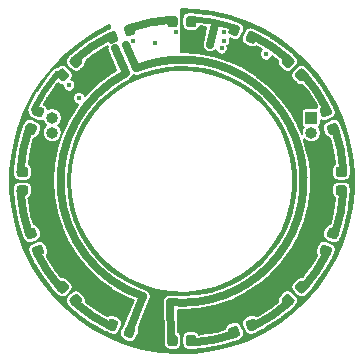
<source format=gbr>
G04 #@! TF.GenerationSoftware,KiCad,Pcbnew,(5.1.6)-1*
G04 #@! TF.CreationDate,2020-09-08T11:46:21-07:00*
G04 #@! TF.ProjectId,LED_Ring,4c45445f-5269-46e6-972e-6b696361645f,rev?*
G04 #@! TF.SameCoordinates,Original*
G04 #@! TF.FileFunction,Copper,L4,Bot*
G04 #@! TF.FilePolarity,Positive*
%FSLAX46Y46*%
G04 Gerber Fmt 4.6, Leading zero omitted, Abs format (unit mm)*
G04 Created by KiCad (PCBNEW (5.1.6)-1) date 2020-09-08 11:46:21*
%MOMM*%
%LPD*%
G01*
G04 APERTURE LIST*
G04 #@! TA.AperFunction,NonConductor*
%ADD10C,0.635000*%
G04 #@! TD*
G04 #@! TA.AperFunction,NonConductor*
%ADD11C,0.500000*%
G04 #@! TD*
G04 #@! TA.AperFunction,ComponentPad*
%ADD12O,1.000000X1.000000*%
G04 #@! TD*
G04 #@! TA.AperFunction,ComponentPad*
%ADD13R,1.000000X1.000000*%
G04 #@! TD*
G04 #@! TA.AperFunction,ViaPad*
%ADD14C,0.450000*%
G04 #@! TD*
G04 #@! TA.AperFunction,Conductor*
%ADD15C,0.203200*%
G04 #@! TD*
G04 APERTURE END LIST*
D10*
X112395000Y-68478400D02*
X112776000Y-66675000D01*
X114530080Y-92931173D02*
G75*
G02*
X110810111Y-93677740I-4530080J12931173D01*
G01*
X119133793Y-90213260D02*
G75*
G02*
X115982689Y-92326568I-9133793J10213260D01*
G01*
X122346969Y-85940470D02*
G75*
G02*
X120244457Y-89098788I-12346969J5940470D01*
G01*
X123680432Y-80763298D02*
G75*
G02*
X122946600Y-84485800I-13680432J763298D01*
G01*
X122931173Y-75469920D02*
G75*
G02*
X123677740Y-79189889I-12931173J-4530080D01*
G01*
X120213260Y-70866207D02*
G75*
G02*
X122326568Y-74017311I-10213260J-9133793D01*
G01*
X115940470Y-67653031D02*
G75*
G02*
X119098788Y-69755543I-5940470J-12346969D01*
G01*
D11*
X110770209Y-66268634D02*
G75*
G02*
X114503200Y-67005200I-770209J-13731366D01*
G01*
D10*
X105469920Y-67068827D02*
G75*
G02*
X109189889Y-66322260I4530080J-12931173D01*
G01*
X100866207Y-69786740D02*
G75*
G02*
X104017311Y-67673432I9133793J-10213260D01*
G01*
D11*
X97458809Y-73961523D02*
G75*
G02*
X99466400Y-70901212I12541191J-6038477D01*
G01*
D10*
X104059530Y-92346969D02*
G75*
G02*
X100901212Y-90244457I5940470J12346969D01*
G01*
X99786740Y-89133793D02*
G75*
G02*
X97673432Y-85982689I10213260J9133793D01*
G01*
X97068827Y-84530080D02*
G75*
G02*
X96322260Y-80810111I12931173J4530080D01*
G01*
X96319568Y-79236702D02*
G75*
G02*
X97053400Y-75514200I13680432J-763298D01*
G01*
X105257600Y-70866000D02*
X104317800Y-68757800D01*
X105232200Y-68478400D02*
X106121200Y-70434200D01*
X109000000Y-90250000D02*
X109100000Y-93450000D01*
X105500000Y-92765527D02*
X106744824Y-89765527D01*
X106745457Y-89763620D02*
G75*
G02*
X105257600Y-70866000I3254543J9763620D01*
G01*
X106143061Y-70450837D02*
G75*
G02*
X109000000Y-90250000I3856939J-9549163D01*
G01*
G04 #@! TA.AperFunction,SMDPad,CuDef*
G36*
G01*
X114940931Y-67156943D02*
X114744806Y-67630431D01*
G75*
G02*
X114458995Y-67748818I-202099J83712D01*
G01*
X114054798Y-67581394D01*
G75*
G02*
X113936411Y-67295583I83712J202099D01*
G01*
X114132536Y-66822095D01*
G75*
G02*
X114418347Y-66703708I202099J-83712D01*
G01*
X114822544Y-66871132D01*
G75*
G02*
X114940931Y-67156943I-83712J-202099D01*
G01*
G37*
G04 #@! TD.AperFunction*
G04 #@! TA.AperFunction,SMDPad,CuDef*
G36*
G01*
X116396041Y-67759669D02*
X116199916Y-68233157D01*
G75*
G02*
X115914105Y-68351544I-202099J83712D01*
G01*
X115509908Y-68184120D01*
G75*
G02*
X115391521Y-67898309I83712J202099D01*
G01*
X115587646Y-67424821D01*
G75*
G02*
X115873457Y-67306434I202099J-83712D01*
G01*
X116277654Y-67473858D01*
G75*
G02*
X116396041Y-67759669I-83712J-202099D01*
G01*
G37*
G04 #@! TD.AperFunction*
G04 #@! TA.AperFunction,SMDPad,CuDef*
G36*
G01*
X119479650Y-70025374D02*
X119117258Y-70387767D01*
G75*
G02*
X118807898Y-70387767I-154680J154680D01*
G01*
X118498539Y-70078408D01*
G75*
G02*
X118498539Y-69769048I154680J154680D01*
G01*
X118860932Y-69406655D01*
G75*
G02*
X119170292Y-69406655I154680J-154680D01*
G01*
X119479651Y-69716014D01*
G75*
G02*
X119479651Y-70025374I-154680J-154680D01*
G01*
G37*
G04 #@! TD.AperFunction*
G04 #@! TA.AperFunction,SMDPad,CuDef*
G36*
G01*
X120593344Y-71139068D02*
X120230952Y-71501461D01*
G75*
G02*
X119921592Y-71501461I-154680J154680D01*
G01*
X119612233Y-71192102D01*
G75*
G02*
X119612233Y-70882742I154680J154680D01*
G01*
X119974626Y-70520349D01*
G75*
G02*
X120283986Y-70520349I154680J-154680D01*
G01*
X120593345Y-70829708D01*
G75*
G02*
X120593345Y-71139068I-154680J-154680D01*
G01*
G37*
G04 #@! TD.AperFunction*
G04 #@! TA.AperFunction,SMDPad,CuDef*
G36*
G01*
X122575179Y-74412354D02*
X122101691Y-74608479D01*
G75*
G02*
X121815880Y-74490092I-83712J202099D01*
G01*
X121648456Y-74085895D01*
G75*
G02*
X121766843Y-73800084I202099J83712D01*
G01*
X122240331Y-73603959D01*
G75*
G02*
X122526142Y-73722346I83712J-202099D01*
G01*
X122693566Y-74126543D01*
G75*
G02*
X122575179Y-74412354I-202099J-83712D01*
G01*
G37*
G04 #@! TD.AperFunction*
G04 #@! TA.AperFunction,SMDPad,CuDef*
G36*
G01*
X123177905Y-75867464D02*
X122704417Y-76063589D01*
G75*
G02*
X122418606Y-75945202I-83712J202099D01*
G01*
X122251182Y-75541005D01*
G75*
G02*
X122369569Y-75255194I202099J83712D01*
G01*
X122843057Y-75059069D01*
G75*
G02*
X123128868Y-75177456I83712J-202099D01*
G01*
X123296292Y-75581653D01*
G75*
G02*
X123177905Y-75867464I-202099J-83712D01*
G01*
G37*
G04 #@! TD.AperFunction*
G04 #@! TA.AperFunction,SMDPad,CuDef*
G36*
G01*
X123756250Y-79650000D02*
X123243750Y-79650000D01*
G75*
G02*
X123025000Y-79431250I0J218750D01*
G01*
X123025000Y-78993750D01*
G75*
G02*
X123243750Y-78775000I218750J0D01*
G01*
X123756250Y-78775000D01*
G75*
G02*
X123975000Y-78993750I0J-218750D01*
G01*
X123975000Y-79431250D01*
G75*
G02*
X123756250Y-79650000I-218750J0D01*
G01*
G37*
G04 #@! TD.AperFunction*
G04 #@! TA.AperFunction,SMDPad,CuDef*
G36*
G01*
X123756250Y-81225000D02*
X123243750Y-81225000D01*
G75*
G02*
X123025000Y-81006250I0J218750D01*
G01*
X123025000Y-80568750D01*
G75*
G02*
X123243750Y-80350000I218750J0D01*
G01*
X123756250Y-80350000D01*
G75*
G02*
X123975000Y-80568750I0J-218750D01*
G01*
X123975000Y-81006250D01*
G75*
G02*
X123756250Y-81225000I-218750J0D01*
G01*
G37*
G04 #@! TD.AperFunction*
G04 #@! TA.AperFunction,SMDPad,CuDef*
G36*
G01*
X122843057Y-84940931D02*
X122369569Y-84744806D01*
G75*
G02*
X122251182Y-84458995I83712J202099D01*
G01*
X122418606Y-84054798D01*
G75*
G02*
X122704417Y-83936411I202099J-83712D01*
G01*
X123177905Y-84132536D01*
G75*
G02*
X123296292Y-84418347I-83712J-202099D01*
G01*
X123128868Y-84822544D01*
G75*
G02*
X122843057Y-84940931I-202099J83712D01*
G01*
G37*
G04 #@! TD.AperFunction*
G04 #@! TA.AperFunction,SMDPad,CuDef*
G36*
G01*
X122240331Y-86396041D02*
X121766843Y-86199916D01*
G75*
G02*
X121648456Y-85914105I83712J202099D01*
G01*
X121815880Y-85509908D01*
G75*
G02*
X122101691Y-85391521I202099J-83712D01*
G01*
X122575179Y-85587646D01*
G75*
G02*
X122693566Y-85873457I-83712J-202099D01*
G01*
X122526142Y-86277654D01*
G75*
G02*
X122240331Y-86396041I-202099J83712D01*
G01*
G37*
G04 #@! TD.AperFunction*
G04 #@! TA.AperFunction,SMDPad,CuDef*
G36*
G01*
X119974626Y-89479650D02*
X119612233Y-89117258D01*
G75*
G02*
X119612233Y-88807898I154680J154680D01*
G01*
X119921592Y-88498539D01*
G75*
G02*
X120230952Y-88498539I154680J-154680D01*
G01*
X120593345Y-88860932D01*
G75*
G02*
X120593345Y-89170292I-154680J-154680D01*
G01*
X120283986Y-89479651D01*
G75*
G02*
X119974626Y-89479651I-154680J154680D01*
G01*
G37*
G04 #@! TD.AperFunction*
G04 #@! TA.AperFunction,SMDPad,CuDef*
G36*
G01*
X118860932Y-90593344D02*
X118498539Y-90230952D01*
G75*
G02*
X118498539Y-89921592I154680J154680D01*
G01*
X118807898Y-89612233D01*
G75*
G02*
X119117258Y-89612233I154680J-154680D01*
G01*
X119479651Y-89974626D01*
G75*
G02*
X119479651Y-90283986I-154680J-154680D01*
G01*
X119170292Y-90593345D01*
G75*
G02*
X118860932Y-90593345I-154680J154680D01*
G01*
G37*
G04 #@! TD.AperFunction*
G04 #@! TA.AperFunction,SMDPad,CuDef*
G36*
G01*
X115587646Y-92575179D02*
X115391521Y-92101691D01*
G75*
G02*
X115509908Y-91815880I202099J83712D01*
G01*
X115914105Y-91648456D01*
G75*
G02*
X116199916Y-91766843I83712J-202099D01*
G01*
X116396041Y-92240331D01*
G75*
G02*
X116277654Y-92526142I-202099J-83712D01*
G01*
X115873457Y-92693566D01*
G75*
G02*
X115587646Y-92575179I-83712J202099D01*
G01*
G37*
G04 #@! TD.AperFunction*
G04 #@! TA.AperFunction,SMDPad,CuDef*
G36*
G01*
X114132536Y-93177905D02*
X113936411Y-92704417D01*
G75*
G02*
X114054798Y-92418606I202099J83712D01*
G01*
X114458995Y-92251182D01*
G75*
G02*
X114744806Y-92369569I83712J-202099D01*
G01*
X114940931Y-92843057D01*
G75*
G02*
X114822544Y-93128868I-202099J-83712D01*
G01*
X114418347Y-93296292D01*
G75*
G02*
X114132536Y-93177905I-83712J202099D01*
G01*
G37*
G04 #@! TD.AperFunction*
G04 #@! TA.AperFunction,SMDPad,CuDef*
G36*
G01*
X110350000Y-93756250D02*
X110350000Y-93243750D01*
G75*
G02*
X110568750Y-93025000I218750J0D01*
G01*
X111006250Y-93025000D01*
G75*
G02*
X111225000Y-93243750I0J-218750D01*
G01*
X111225000Y-93756250D01*
G75*
G02*
X111006250Y-93975000I-218750J0D01*
G01*
X110568750Y-93975000D01*
G75*
G02*
X110350000Y-93756250I0J218750D01*
G01*
G37*
G04 #@! TD.AperFunction*
G04 #@! TA.AperFunction,SMDPad,CuDef*
G36*
G01*
X108775000Y-93756250D02*
X108775000Y-93243750D01*
G75*
G02*
X108993750Y-93025000I218750J0D01*
G01*
X109431250Y-93025000D01*
G75*
G02*
X109650000Y-93243750I0J-218750D01*
G01*
X109650000Y-93756250D01*
G75*
G02*
X109431250Y-93975000I-218750J0D01*
G01*
X108993750Y-93975000D01*
G75*
G02*
X108775000Y-93756250I0J218750D01*
G01*
G37*
G04 #@! TD.AperFunction*
G04 #@! TA.AperFunction,SMDPad,CuDef*
G36*
G01*
X104608479Y-92101691D02*
X104412354Y-92575179D01*
G75*
G02*
X104126543Y-92693566I-202099J83712D01*
G01*
X103722346Y-92526142D01*
G75*
G02*
X103603959Y-92240331I83712J202099D01*
G01*
X103800084Y-91766843D01*
G75*
G02*
X104085895Y-91648456I202099J-83712D01*
G01*
X104490092Y-91815880D01*
G75*
G02*
X104608479Y-92101691I-83712J-202099D01*
G01*
G37*
G04 #@! TD.AperFunction*
G04 #@! TA.AperFunction,SMDPad,CuDef*
G36*
G01*
X106063589Y-92704417D02*
X105867464Y-93177905D01*
G75*
G02*
X105581653Y-93296292I-202099J83712D01*
G01*
X105177456Y-93128868D01*
G75*
G02*
X105059069Y-92843057I83712J202099D01*
G01*
X105255194Y-92369569D01*
G75*
G02*
X105541005Y-92251182I202099J-83712D01*
G01*
X105945202Y-92418606D01*
G75*
G02*
X106063589Y-92704417I-83712J-202099D01*
G01*
G37*
G04 #@! TD.AperFunction*
G04 #@! TA.AperFunction,SMDPad,CuDef*
G36*
G01*
X100387766Y-89117258D02*
X100025374Y-89479651D01*
G75*
G02*
X99716014Y-89479651I-154680J154680D01*
G01*
X99406655Y-89170292D01*
G75*
G02*
X99406655Y-88860932I154680J154680D01*
G01*
X99769048Y-88498539D01*
G75*
G02*
X100078408Y-88498539I154680J-154680D01*
G01*
X100387767Y-88807898D01*
G75*
G02*
X100387767Y-89117258I-154680J-154680D01*
G01*
G37*
G04 #@! TD.AperFunction*
G04 #@! TA.AperFunction,SMDPad,CuDef*
G36*
G01*
X101501460Y-90230952D02*
X101139068Y-90593345D01*
G75*
G02*
X100829708Y-90593345I-154680J154680D01*
G01*
X100520349Y-90283986D01*
G75*
G02*
X100520349Y-89974626I154680J154680D01*
G01*
X100882742Y-89612233D01*
G75*
G02*
X101192102Y-89612233I154680J-154680D01*
G01*
X101501461Y-89921592D01*
G75*
G02*
X101501461Y-90230952I-154680J-154680D01*
G01*
G37*
G04 #@! TD.AperFunction*
G04 #@! TA.AperFunction,SMDPad,CuDef*
G36*
G01*
X97630431Y-84744806D02*
X97156943Y-84940931D01*
G75*
G02*
X96871132Y-84822544I-83712J202099D01*
G01*
X96703708Y-84418347D01*
G75*
G02*
X96822095Y-84132536I202099J83712D01*
G01*
X97295583Y-83936411D01*
G75*
G02*
X97581394Y-84054798I83712J-202099D01*
G01*
X97748818Y-84458995D01*
G75*
G02*
X97630431Y-84744806I-202099J-83712D01*
G01*
G37*
G04 #@! TD.AperFunction*
G04 #@! TA.AperFunction,SMDPad,CuDef*
G36*
G01*
X98233157Y-86199916D02*
X97759669Y-86396041D01*
G75*
G02*
X97473858Y-86277654I-83712J202099D01*
G01*
X97306434Y-85873457D01*
G75*
G02*
X97424821Y-85587646I202099J83712D01*
G01*
X97898309Y-85391521D01*
G75*
G02*
X98184120Y-85509908I83712J-202099D01*
G01*
X98351544Y-85914105D01*
G75*
G02*
X98233157Y-86199916I-202099J-83712D01*
G01*
G37*
G04 #@! TD.AperFunction*
G04 #@! TA.AperFunction,SMDPad,CuDef*
G36*
G01*
X96756250Y-79650000D02*
X96243750Y-79650000D01*
G75*
G02*
X96025000Y-79431250I0J218750D01*
G01*
X96025000Y-78993750D01*
G75*
G02*
X96243750Y-78775000I218750J0D01*
G01*
X96756250Y-78775000D01*
G75*
G02*
X96975000Y-78993750I0J-218750D01*
G01*
X96975000Y-79431250D01*
G75*
G02*
X96756250Y-79650000I-218750J0D01*
G01*
G37*
G04 #@! TD.AperFunction*
G04 #@! TA.AperFunction,SMDPad,CuDef*
G36*
G01*
X96756250Y-81225000D02*
X96243750Y-81225000D01*
G75*
G02*
X96025000Y-81006250I0J218750D01*
G01*
X96025000Y-80568750D01*
G75*
G02*
X96243750Y-80350000I218750J0D01*
G01*
X96756250Y-80350000D01*
G75*
G02*
X96975000Y-80568750I0J-218750D01*
G01*
X96975000Y-81006250D01*
G75*
G02*
X96756250Y-81225000I-218750J0D01*
G01*
G37*
G04 #@! TD.AperFunction*
G04 #@! TA.AperFunction,SMDPad,CuDef*
G36*
G01*
X97898309Y-74608479D02*
X97424821Y-74412354D01*
G75*
G02*
X97306434Y-74126543I83712J202099D01*
G01*
X97473858Y-73722346D01*
G75*
G02*
X97759669Y-73603959I202099J-83712D01*
G01*
X98233157Y-73800084D01*
G75*
G02*
X98351544Y-74085895I-83712J-202099D01*
G01*
X98184120Y-74490092D01*
G75*
G02*
X97898309Y-74608479I-202099J83712D01*
G01*
G37*
G04 #@! TD.AperFunction*
G04 #@! TA.AperFunction,SMDPad,CuDef*
G36*
G01*
X97295583Y-76063589D02*
X96822095Y-75867464D01*
G75*
G02*
X96703708Y-75581653I83712J202099D01*
G01*
X96871132Y-75177456D01*
G75*
G02*
X97156943Y-75059069I202099J-83712D01*
G01*
X97630431Y-75255194D01*
G75*
G02*
X97748818Y-75541005I-83712J-202099D01*
G01*
X97581394Y-75945202D01*
G75*
G02*
X97295583Y-76063589I-202099J83712D01*
G01*
G37*
G04 #@! TD.AperFunction*
G04 #@! TA.AperFunction,SMDPad,CuDef*
G36*
G01*
X100882742Y-70387766D02*
X100520349Y-70025374D01*
G75*
G02*
X100520349Y-69716014I154680J154680D01*
G01*
X100829708Y-69406655D01*
G75*
G02*
X101139068Y-69406655I154680J-154680D01*
G01*
X101501461Y-69769048D01*
G75*
G02*
X101501461Y-70078408I-154680J-154680D01*
G01*
X101192102Y-70387767D01*
G75*
G02*
X100882742Y-70387767I-154680J154680D01*
G01*
G37*
G04 #@! TD.AperFunction*
G04 #@! TA.AperFunction,SMDPad,CuDef*
G36*
G01*
X99769048Y-71501460D02*
X99406655Y-71139068D01*
G75*
G02*
X99406655Y-70829708I154680J154680D01*
G01*
X99716014Y-70520349D01*
G75*
G02*
X100025374Y-70520349I154680J-154680D01*
G01*
X100387767Y-70882742D01*
G75*
G02*
X100387767Y-71192102I-154680J-154680D01*
G01*
X100078408Y-71501461D01*
G75*
G02*
X99769048Y-71501461I-154680J154680D01*
G01*
G37*
G04 #@! TD.AperFunction*
G04 #@! TA.AperFunction,SMDPad,CuDef*
G36*
G01*
X105255194Y-67630431D02*
X105059069Y-67156943D01*
G75*
G02*
X105177456Y-66871132I202099J83712D01*
G01*
X105581653Y-66703708D01*
G75*
G02*
X105867464Y-66822095I83712J-202099D01*
G01*
X106063589Y-67295583D01*
G75*
G02*
X105945202Y-67581394I-202099J-83712D01*
G01*
X105541005Y-67748818D01*
G75*
G02*
X105255194Y-67630431I-83712J202099D01*
G01*
G37*
G04 #@! TD.AperFunction*
G04 #@! TA.AperFunction,SMDPad,CuDef*
G36*
G01*
X103800084Y-68233157D02*
X103603959Y-67759669D01*
G75*
G02*
X103722346Y-67473858I202099J83712D01*
G01*
X104126543Y-67306434D01*
G75*
G02*
X104412354Y-67424821I83712J-202099D01*
G01*
X104608479Y-67898309D01*
G75*
G02*
X104490092Y-68184120I-202099J-83712D01*
G01*
X104085895Y-68351544D01*
G75*
G02*
X103800084Y-68233157I-83712J202099D01*
G01*
G37*
G04 #@! TD.AperFunction*
G04 #@! TA.AperFunction,SMDPad,CuDef*
G36*
G01*
X108775000Y-66756250D02*
X108775000Y-66243750D01*
G75*
G02*
X108993750Y-66025000I218750J0D01*
G01*
X109431250Y-66025000D01*
G75*
G02*
X109650000Y-66243750I0J-218750D01*
G01*
X109650000Y-66756250D01*
G75*
G02*
X109431250Y-66975000I-218750J0D01*
G01*
X108993750Y-66975000D01*
G75*
G02*
X108775000Y-66756250I0J218750D01*
G01*
G37*
G04 #@! TD.AperFunction*
G04 #@! TA.AperFunction,SMDPad,CuDef*
G36*
G01*
X110350000Y-66756250D02*
X110350000Y-66243750D01*
G75*
G02*
X110568750Y-66025000I218750J0D01*
G01*
X111006250Y-66025000D01*
G75*
G02*
X111225000Y-66243750I0J-218750D01*
G01*
X111225000Y-66756250D01*
G75*
G02*
X111006250Y-66975000I-218750J0D01*
G01*
X110568750Y-66975000D01*
G75*
G02*
X110350000Y-66756250I0J218750D01*
G01*
G37*
G04 #@! TD.AperFunction*
D12*
X99009680Y-75913900D03*
X99009680Y-74643900D03*
D13*
X99009680Y-73373900D03*
D12*
X120941580Y-75913420D03*
D13*
X120941580Y-74643420D03*
D14*
X100457000Y-71882000D03*
X101295200Y-72974200D03*
X113360200Y-68757800D03*
X110540800Y-68097400D03*
X109524800Y-67386200D03*
X105841800Y-68148200D03*
X117068600Y-70967600D03*
X117119400Y-70078600D03*
X104329142Y-68692622D03*
X112395000Y-68554600D03*
X113567106Y-68101094D03*
X113538000Y-67386200D03*
X107752671Y-68281071D03*
X117144800Y-69265800D03*
X105156000Y-68478400D03*
D15*
G36*
X111124308Y-65475249D02*
G01*
X112611798Y-65667835D01*
X114071603Y-66012345D01*
X115488247Y-66505127D01*
X116846715Y-67140959D01*
X118132606Y-67913099D01*
X119332290Y-68813364D01*
X120433048Y-69832210D01*
X121423214Y-70958837D01*
X122292291Y-72181303D01*
X123031067Y-73486648D01*
X123631710Y-74861037D01*
X124087853Y-76289900D01*
X124394662Y-77758091D01*
X124548884Y-79250047D01*
X124548884Y-80749953D01*
X124394662Y-82241909D01*
X124087853Y-83710100D01*
X123631710Y-85138963D01*
X123031067Y-86513352D01*
X122292291Y-87818697D01*
X121423214Y-89041163D01*
X120433048Y-90167790D01*
X119332290Y-91186636D01*
X118132606Y-92086901D01*
X116846715Y-92859041D01*
X115488247Y-93494873D01*
X114071603Y-93987655D01*
X112611798Y-94332165D01*
X111124308Y-94524751D01*
X109624899Y-94563370D01*
X108129467Y-94447614D01*
X106653863Y-94178710D01*
X105213729Y-93759508D01*
X103824330Y-93194452D01*
X102500396Y-92489531D01*
X101255958Y-91652218D01*
X100104210Y-90691389D01*
X99556419Y-90129306D01*
X100150005Y-90129306D01*
X100160093Y-90231733D01*
X100189970Y-90330224D01*
X100238487Y-90420994D01*
X100303781Y-90500554D01*
X100367811Y-90564584D01*
X100369753Y-90568199D01*
X100407825Y-90623702D01*
X100451670Y-90674770D01*
X100500773Y-90720803D01*
X100502438Y-90722198D01*
X101148003Y-91261056D01*
X101168263Y-91276186D01*
X101188121Y-91291865D01*
X101189898Y-91293114D01*
X102403932Y-92142984D01*
X102431656Y-92160236D01*
X102459176Y-92177495D01*
X102461078Y-92178545D01*
X103502777Y-92751070D01*
X103514370Y-92760584D01*
X103605140Y-92809102D01*
X103618232Y-92814525D01*
X103759797Y-92892330D01*
X103820449Y-92921511D01*
X103883897Y-92943971D01*
X103949400Y-92959447D01*
X103976138Y-92962774D01*
X104009337Y-92976526D01*
X104107828Y-93006403D01*
X104210255Y-93016491D01*
X104312682Y-93006403D01*
X104411173Y-92976526D01*
X104501943Y-92928008D01*
X104581503Y-92862715D01*
X104646797Y-92783155D01*
X104695314Y-92692385D01*
X104891439Y-92218897D01*
X104921316Y-92120406D01*
X104931404Y-92017979D01*
X104921316Y-91915552D01*
X104891439Y-91817061D01*
X104842922Y-91726291D01*
X104777628Y-91646731D01*
X104698068Y-91581438D01*
X104607298Y-91532920D01*
X104203101Y-91365496D01*
X104104610Y-91335619D01*
X104002183Y-91325531D01*
X103899756Y-91335619D01*
X103801265Y-91365496D01*
X103710495Y-91414014D01*
X103687851Y-91432597D01*
X103090082Y-91104059D01*
X101925280Y-90288654D01*
X101847944Y-90224101D01*
X101861717Y-90178699D01*
X101871805Y-90076272D01*
X101861717Y-89973845D01*
X101831840Y-89875354D01*
X101783323Y-89784584D01*
X101718029Y-89705024D01*
X101408670Y-89395665D01*
X101329110Y-89330371D01*
X101238340Y-89281854D01*
X101139849Y-89251977D01*
X101037422Y-89241889D01*
X100934995Y-89251977D01*
X100836504Y-89281854D01*
X100745734Y-89330371D01*
X100666174Y-89395665D01*
X100303781Y-89758058D01*
X100238487Y-89837618D01*
X100189970Y-89928388D01*
X100160093Y-90026879D01*
X100150005Y-90129306D01*
X99556419Y-90129306D01*
X99057360Y-89617228D01*
X98126504Y-88441122D01*
X97321511Y-87175539D01*
X96650912Y-85833893D01*
X96634269Y-85789745D01*
X96983509Y-85789745D01*
X96993597Y-85892172D01*
X97023474Y-85990663D01*
X97058125Y-86074319D01*
X97058537Y-86078408D01*
X97072471Y-86144256D01*
X97093436Y-86208215D01*
X97121185Y-86269535D01*
X97122190Y-86271461D01*
X97512403Y-87016347D01*
X97525334Y-87038083D01*
X97537677Y-87060162D01*
X97538840Y-87061996D01*
X98335231Y-88311765D01*
X98354122Y-88338146D01*
X98373062Y-88364790D01*
X98374417Y-88366488D01*
X99117718Y-89294063D01*
X99124793Y-89307300D01*
X99190087Y-89386860D01*
X99200116Y-89396889D01*
X99301123Y-89522937D01*
X99345991Y-89573107D01*
X99396015Y-89618138D01*
X99450609Y-89657503D01*
X99474034Y-89670807D01*
X99499446Y-89696219D01*
X99579006Y-89761513D01*
X99669776Y-89810030D01*
X99768267Y-89839907D01*
X99870694Y-89849995D01*
X99973121Y-89839907D01*
X100071612Y-89810030D01*
X100162382Y-89761513D01*
X100241942Y-89696219D01*
X100604335Y-89333826D01*
X100669629Y-89254266D01*
X100718146Y-89163496D01*
X100748023Y-89065005D01*
X100758111Y-88962578D01*
X100748023Y-88860151D01*
X100718146Y-88761660D01*
X100669629Y-88670890D01*
X100604335Y-88591330D01*
X100294976Y-88281971D01*
X100215416Y-88216677D01*
X100124646Y-88168160D01*
X100026155Y-88138283D01*
X99923728Y-88128195D01*
X99821301Y-88138283D01*
X99793269Y-88146786D01*
X99366727Y-87614499D01*
X98602634Y-86415412D01*
X98555889Y-86326180D01*
X98585987Y-86289505D01*
X98634504Y-86198735D01*
X98664381Y-86100244D01*
X98674469Y-85997817D01*
X98664381Y-85895390D01*
X98634504Y-85796899D01*
X98467080Y-85392702D01*
X98418563Y-85301932D01*
X98353269Y-85222372D01*
X98273709Y-85157079D01*
X98182939Y-85108561D01*
X98084448Y-85078684D01*
X97982021Y-85068596D01*
X97879594Y-85078684D01*
X97781103Y-85108561D01*
X97307615Y-85304686D01*
X97216845Y-85353204D01*
X97137285Y-85418497D01*
X97071991Y-85498057D01*
X97023474Y-85588827D01*
X96993597Y-85687318D01*
X96983509Y-85789745D01*
X96634269Y-85789745D01*
X96121817Y-84430406D01*
X95739835Y-82979955D01*
X95509013Y-81497917D01*
X95472858Y-80796515D01*
X95700108Y-80796515D01*
X95702279Y-80863786D01*
X95702470Y-80865950D01*
X95777924Y-81703463D01*
X95781554Y-81728502D01*
X95784507Y-81753615D01*
X95784880Y-81755755D01*
X96042382Y-83215155D01*
X96049805Y-83247036D01*
X96057043Y-83278622D01*
X96057645Y-83280709D01*
X96389401Y-84422137D01*
X96390871Y-84437062D01*
X96420748Y-84535553D01*
X96426170Y-84548643D01*
X96471256Y-84703764D01*
X96493509Y-84767286D01*
X96522492Y-84828033D01*
X96557866Y-84885293D01*
X96574422Y-84906555D01*
X96588172Y-84939750D01*
X96636689Y-85030520D01*
X96701983Y-85110080D01*
X96781543Y-85175373D01*
X96872313Y-85223891D01*
X96970804Y-85253768D01*
X97073231Y-85263856D01*
X97175658Y-85253768D01*
X97274149Y-85223891D01*
X97747637Y-85027766D01*
X97838407Y-84979248D01*
X97917967Y-84913955D01*
X97983261Y-84834395D01*
X98031778Y-84743625D01*
X98061655Y-84645134D01*
X98071743Y-84542707D01*
X98061655Y-84440280D01*
X98031778Y-84341789D01*
X97864354Y-83937592D01*
X97815837Y-83846822D01*
X97750543Y-83767262D01*
X97670983Y-83701969D01*
X97580213Y-83653451D01*
X97481722Y-83623574D01*
X97452569Y-83620703D01*
X97262195Y-82965709D01*
X97015135Y-81565490D01*
X97006096Y-81465157D01*
X97047938Y-81442792D01*
X97127498Y-81377498D01*
X97192792Y-81297938D01*
X97241309Y-81207168D01*
X97271186Y-81108677D01*
X97281274Y-81006250D01*
X97281274Y-80568750D01*
X97271186Y-80466323D01*
X97241309Y-80367832D01*
X97192792Y-80277062D01*
X97127498Y-80197502D01*
X97047938Y-80132208D01*
X96957168Y-80083691D01*
X96858677Y-80053814D01*
X96756250Y-80043726D01*
X96243750Y-80043726D01*
X96141323Y-80053814D01*
X96042832Y-80083691D01*
X95952062Y-80132208D01*
X95872502Y-80197502D01*
X95807208Y-80277062D01*
X95758691Y-80367832D01*
X95728814Y-80466323D01*
X95718726Y-80568750D01*
X95718726Y-80659297D01*
X95717541Y-80663234D01*
X95705216Y-80729401D01*
X95700108Y-80796515D01*
X95472858Y-80796515D01*
X95431800Y-80000000D01*
X95471198Y-79235686D01*
X95697269Y-79235686D01*
X95700799Y-79302901D01*
X95711568Y-79369339D01*
X95718726Y-79395315D01*
X95718726Y-79431250D01*
X95728814Y-79533677D01*
X95758691Y-79632168D01*
X95807208Y-79722938D01*
X95872502Y-79802498D01*
X95952062Y-79867792D01*
X96042832Y-79916309D01*
X96141323Y-79946186D01*
X96243750Y-79956274D01*
X96756250Y-79956274D01*
X96858677Y-79946186D01*
X96957168Y-79916309D01*
X97047938Y-79867792D01*
X97127498Y-79802498D01*
X97192792Y-79722938D01*
X97241309Y-79632168D01*
X97271186Y-79533677D01*
X97281274Y-79431250D01*
X97281274Y-78993750D01*
X97271186Y-78891323D01*
X97241309Y-78792832D01*
X97192792Y-78702062D01*
X97127498Y-78622502D01*
X97047938Y-78557208D01*
X97022103Y-78543399D01*
X97096877Y-77865399D01*
X97404459Y-76477241D01*
X97434507Y-76381076D01*
X97481722Y-76376426D01*
X97580213Y-76346549D01*
X97670983Y-76298032D01*
X97750543Y-76232738D01*
X97815836Y-76153178D01*
X97864354Y-76062408D01*
X98031778Y-75658211D01*
X98061655Y-75559720D01*
X98071743Y-75457293D01*
X98061655Y-75354866D01*
X98031778Y-75256375D01*
X97983260Y-75165605D01*
X97917967Y-75086045D01*
X97838407Y-75020751D01*
X97747637Y-74972234D01*
X97274149Y-74776109D01*
X97175658Y-74746232D01*
X97073231Y-74736144D01*
X96970804Y-74746232D01*
X96872313Y-74776109D01*
X96781543Y-74824626D01*
X96701983Y-74889920D01*
X96636690Y-74969480D01*
X96588172Y-75060250D01*
X96553522Y-75143903D01*
X96550920Y-75147087D01*
X96514212Y-75203502D01*
X96483810Y-75263551D01*
X96460072Y-75326533D01*
X96459420Y-75328605D01*
X96208628Y-76131241D01*
X96202398Y-76155771D01*
X96195518Y-76180095D01*
X96195044Y-76182214D01*
X95874457Y-77629068D01*
X95869154Y-77661119D01*
X95863713Y-77693313D01*
X95863471Y-77695472D01*
X95733168Y-78876969D01*
X95728814Y-78891323D01*
X95718726Y-78993750D01*
X95718726Y-79007921D01*
X95701018Y-79168485D01*
X95697269Y-79235686D01*
X95471198Y-79235686D01*
X95509013Y-78502083D01*
X95739835Y-77020045D01*
X96121817Y-75569594D01*
X96650912Y-74166107D01*
X96744751Y-73978365D01*
X96904265Y-73978365D01*
X96909194Y-74037198D01*
X96920347Y-74095173D01*
X96937599Y-74151636D01*
X96960752Y-74205945D01*
X96987864Y-74254477D01*
X96993597Y-74312682D01*
X97023474Y-74411173D01*
X97071992Y-74501943D01*
X97137285Y-74581503D01*
X97216845Y-74646797D01*
X97307615Y-74695314D01*
X97781103Y-74891439D01*
X97879594Y-74921316D01*
X97982021Y-74931404D01*
X98084448Y-74921316D01*
X98182939Y-74891439D01*
X98233026Y-74864667D01*
X98235808Y-74878651D01*
X98296476Y-75025116D01*
X98384551Y-75156930D01*
X98496650Y-75269029D01*
X98511423Y-75278900D01*
X98496650Y-75288771D01*
X98384551Y-75400870D01*
X98296476Y-75532684D01*
X98235808Y-75679149D01*
X98204880Y-75834634D01*
X98204880Y-75993166D01*
X98235808Y-76148651D01*
X98296476Y-76295116D01*
X98384551Y-76426930D01*
X98496650Y-76539029D01*
X98628464Y-76627104D01*
X98774929Y-76687772D01*
X98930414Y-76718700D01*
X99088946Y-76718700D01*
X99244431Y-76687772D01*
X99390896Y-76627104D01*
X99522710Y-76539029D01*
X99634809Y-76426930D01*
X99722884Y-76295116D01*
X99783552Y-76148651D01*
X99814480Y-75993166D01*
X99814480Y-75834634D01*
X99783552Y-75679149D01*
X99722884Y-75532684D01*
X99634809Y-75400870D01*
X99522710Y-75288771D01*
X99507937Y-75278900D01*
X99522710Y-75269029D01*
X99634809Y-75156930D01*
X99722884Y-75025116D01*
X99783552Y-74878651D01*
X99814480Y-74723166D01*
X99814480Y-74564634D01*
X99783552Y-74409149D01*
X99722884Y-74262684D01*
X99634809Y-74130870D01*
X99522710Y-74018771D01*
X99390896Y-73930696D01*
X99244431Y-73870028D01*
X99088946Y-73839100D01*
X98930414Y-73839100D01*
X98774929Y-73870028D01*
X98665901Y-73915189D01*
X98664381Y-73899756D01*
X98634504Y-73801265D01*
X98585986Y-73710495D01*
X98520693Y-73630935D01*
X98441133Y-73565641D01*
X98350363Y-73517124D01*
X98338327Y-73512139D01*
X98643627Y-72955891D01*
X99460891Y-71782645D01*
X99531288Y-71696837D01*
X99552480Y-71718029D01*
X99632040Y-71783323D01*
X99722810Y-71831840D01*
X99821301Y-71861717D01*
X99923728Y-71871805D01*
X99927200Y-71871463D01*
X99927200Y-71934181D01*
X99947560Y-72036537D01*
X99987498Y-72132954D01*
X100045478Y-72219728D01*
X100119272Y-72293522D01*
X100206046Y-72351502D01*
X100302463Y-72391440D01*
X100404819Y-72411800D01*
X100509181Y-72411800D01*
X100611537Y-72391440D01*
X100707954Y-72351502D01*
X100794728Y-72293522D01*
X100868522Y-72219728D01*
X100926502Y-72132954D01*
X100966440Y-72036537D01*
X100986800Y-71934181D01*
X100986800Y-71829819D01*
X100966440Y-71727463D01*
X100926502Y-71631046D01*
X100868522Y-71544272D01*
X100794728Y-71470478D01*
X100707954Y-71412498D01*
X100628279Y-71379495D01*
X100669629Y-71329110D01*
X100718146Y-71238340D01*
X100748023Y-71139849D01*
X100758111Y-71037422D01*
X100748023Y-70934995D01*
X100718146Y-70836504D01*
X100669629Y-70745734D01*
X100604335Y-70666174D01*
X100241942Y-70303781D01*
X100162382Y-70238487D01*
X100071612Y-70189970D01*
X99973121Y-70160093D01*
X99870694Y-70150005D01*
X99768267Y-70160093D01*
X99669776Y-70189970D01*
X99579006Y-70238487D01*
X99499446Y-70303781D01*
X99455974Y-70347253D01*
X99419640Y-70348386D01*
X99361159Y-70356485D01*
X99303870Y-70370752D01*
X99248421Y-70391027D01*
X99195442Y-70417079D01*
X99145530Y-70448613D01*
X99099252Y-70485273D01*
X99057131Y-70526643D01*
X99037474Y-70549324D01*
X98589195Y-71095744D01*
X98585165Y-71101228D01*
X98580697Y-71106365D01*
X98562882Y-71130520D01*
X97716252Y-72345923D01*
X97708595Y-72358267D01*
X97700279Y-72370183D01*
X97685131Y-72396094D01*
X96972450Y-73694582D01*
X96946837Y-73747776D01*
X96927023Y-73803391D01*
X96913230Y-73860796D01*
X96905615Y-73919341D01*
X96904265Y-73978365D01*
X96744751Y-73978365D01*
X97321511Y-72824461D01*
X98126504Y-71558878D01*
X99057360Y-70382772D01*
X100104210Y-69308611D01*
X101255958Y-68347782D01*
X102500396Y-67510469D01*
X103824330Y-66805548D01*
X103898400Y-66775424D01*
X103898400Y-67063445D01*
X103855744Y-67072472D01*
X103791785Y-67093436D01*
X103730465Y-67121185D01*
X103728539Y-67122190D01*
X102983653Y-67512403D01*
X102961929Y-67525327D01*
X102939838Y-67537676D01*
X102938004Y-67538840D01*
X101688235Y-68335230D01*
X101661729Y-68354211D01*
X101635210Y-68373062D01*
X101633512Y-68374417D01*
X100705937Y-69117718D01*
X100692700Y-69124793D01*
X100613140Y-69190087D01*
X100603111Y-69200116D01*
X100477063Y-69301123D01*
X100426893Y-69345991D01*
X100381862Y-69396015D01*
X100342497Y-69450609D01*
X100329193Y-69474034D01*
X100303781Y-69499446D01*
X100238487Y-69579006D01*
X100189970Y-69669776D01*
X100160093Y-69768267D01*
X100150005Y-69870694D01*
X100160093Y-69973121D01*
X100189970Y-70071612D01*
X100238487Y-70162382D01*
X100303781Y-70241942D01*
X100666174Y-70604335D01*
X100745734Y-70669629D01*
X100836504Y-70718146D01*
X100934995Y-70748023D01*
X101037422Y-70758111D01*
X101139849Y-70748023D01*
X101238340Y-70718146D01*
X101329110Y-70669629D01*
X101408670Y-70604335D01*
X101718029Y-70294976D01*
X101783323Y-70215416D01*
X101831840Y-70124646D01*
X101861717Y-70026155D01*
X101871805Y-69923728D01*
X101861717Y-69821301D01*
X101853214Y-69793269D01*
X102385501Y-69366727D01*
X103584579Y-68602638D01*
X103673820Y-68555889D01*
X103710495Y-68585987D01*
X103718473Y-68590251D01*
X103701473Y-68652190D01*
X103692712Y-68774458D01*
X103707972Y-68896086D01*
X103736971Y-68983252D01*
X104459774Y-70604678D01*
X104243185Y-70728227D01*
X104216578Y-70745706D01*
X104189580Y-70762553D01*
X103138229Y-71514276D01*
X103077637Y-71563632D01*
X102128792Y-72441197D01*
X102106326Y-72464760D01*
X102074865Y-72497757D01*
X101804567Y-72819487D01*
X101764702Y-72723246D01*
X101706722Y-72636472D01*
X101632928Y-72562678D01*
X101546154Y-72504698D01*
X101449737Y-72464760D01*
X101347381Y-72444400D01*
X101243019Y-72444400D01*
X101140663Y-72464760D01*
X101044246Y-72504698D01*
X100957472Y-72562678D01*
X100883678Y-72636472D01*
X100825698Y-72723246D01*
X100785760Y-72819663D01*
X100765400Y-72922019D01*
X100765400Y-73026381D01*
X100785760Y-73128737D01*
X100825698Y-73225154D01*
X100883678Y-73311928D01*
X100957472Y-73385722D01*
X101044246Y-73443702D01*
X101140663Y-73483640D01*
X101232696Y-73501947D01*
X101221492Y-73517124D01*
X101197077Y-73550197D01*
X100496283Y-74636160D01*
X100458116Y-74704355D01*
X99898956Y-75869587D01*
X99869636Y-75942028D01*
X99460927Y-77168153D01*
X99440918Y-77243698D01*
X99440916Y-77243710D01*
X99189106Y-78511379D01*
X99178723Y-78588836D01*
X99178723Y-78588851D01*
X99087781Y-79878067D01*
X99087779Y-79878082D01*
X99087186Y-79956229D01*
X99158545Y-81246706D01*
X99167751Y-81324311D01*
X99400287Y-82595671D01*
X99419147Y-82671510D01*
X99809192Y-83903694D01*
X99809193Y-83903699D01*
X99837409Y-83976576D01*
X100378814Y-85150164D01*
X100392425Y-85175373D01*
X100415942Y-85218931D01*
X101100166Y-86315407D01*
X101145620Y-86378978D01*
X101961875Y-87381055D01*
X102014938Y-87438427D01*
X102950350Y-88330297D01*
X103010185Y-88380567D01*
X103010196Y-88380574D01*
X104050000Y-89148165D01*
X104078822Y-89166764D01*
X104115664Y-89190539D01*
X105243487Y-89821762D01*
X105302322Y-89849995D01*
X105313944Y-89855572D01*
X105930216Y-90104999D01*
X105122163Y-92052391D01*
X105086045Y-92082033D01*
X105020751Y-92161593D01*
X104972234Y-92252363D01*
X104776109Y-92725851D01*
X104746232Y-92824342D01*
X104736144Y-92926769D01*
X104746232Y-93029196D01*
X104776109Y-93127687D01*
X104824626Y-93218457D01*
X104889920Y-93298017D01*
X104969480Y-93363310D01*
X105060250Y-93411828D01*
X105464447Y-93579252D01*
X105562938Y-93609129D01*
X105665365Y-93619217D01*
X105767792Y-93609129D01*
X105866283Y-93579252D01*
X105957053Y-93530734D01*
X106036613Y-93465441D01*
X106101907Y-93385881D01*
X106150424Y-93295111D01*
X106346549Y-92821623D01*
X106376426Y-92723132D01*
X106386514Y-92620705D01*
X106376426Y-92518278D01*
X106346549Y-92419787D01*
X106330031Y-92388883D01*
X107331323Y-89975791D01*
X107358044Y-89887900D01*
X107365476Y-89812909D01*
X107366214Y-89807407D01*
X107366230Y-89805306D01*
X107370134Y-89765916D01*
X107366789Y-89731737D01*
X107366808Y-89729261D01*
X107365316Y-89716687D01*
X107358195Y-89643916D01*
X107344078Y-89597274D01*
X107338742Y-89575816D01*
X107333435Y-89562109D01*
X107322685Y-89526590D01*
X107311756Y-89506112D01*
X107310527Y-89502939D01*
X107273399Y-89434173D01*
X107273245Y-89433957D01*
X107264966Y-89418446D01*
X107242940Y-89391573D01*
X107227945Y-89370601D01*
X107208665Y-89349755D01*
X107187260Y-89323640D01*
X107175806Y-89314228D01*
X107174882Y-89313229D01*
X107115047Y-89262959D01*
X107107437Y-89258048D01*
X107092551Y-89245816D01*
X107068685Y-89233040D01*
X107049384Y-89220585D01*
X107011080Y-89202204D01*
X106984478Y-89187964D01*
X106973975Y-89184771D01*
X105817178Y-88716573D01*
X104757681Y-88123591D01*
X103780863Y-87402498D01*
X102902124Y-86564664D01*
X102135322Y-85623299D01*
X101492553Y-84593255D01*
X100983948Y-83490767D01*
X100617533Y-82333232D01*
X100399086Y-81138900D01*
X100336108Y-80000000D01*
X100548200Y-80000000D01*
X100632534Y-81259802D01*
X100884030Y-82497122D01*
X101298201Y-83689881D01*
X101867656Y-84816795D01*
X102582233Y-85857752D01*
X103429180Y-86794178D01*
X104393384Y-87609361D01*
X105457637Y-88288755D01*
X106602950Y-88820236D01*
X107808882Y-89194320D01*
X109053916Y-89404331D01*
X110315832Y-89446522D01*
X111572112Y-89320139D01*
X112800338Y-89027438D01*
X113978591Y-88573642D01*
X115085847Y-87966849D01*
X116102345Y-87217888D01*
X117009947Y-86340123D01*
X117792457Y-85349219D01*
X118435910Y-84262857D01*
X118928823Y-83100425D01*
X119262402Y-81882666D01*
X119430693Y-80631311D01*
X119430693Y-79368689D01*
X119262402Y-78117334D01*
X118928823Y-76899575D01*
X118435910Y-75737143D01*
X117792457Y-74650781D01*
X117009947Y-73659877D01*
X116102345Y-72782112D01*
X115085847Y-72033151D01*
X113978591Y-71426358D01*
X112800338Y-70972562D01*
X111572112Y-70679861D01*
X110315832Y-70553478D01*
X109053916Y-70595669D01*
X107808882Y-70805680D01*
X106602950Y-71179764D01*
X105457637Y-71711245D01*
X104393384Y-72390639D01*
X103429180Y-73205822D01*
X102582233Y-74142248D01*
X101867656Y-75183205D01*
X101298201Y-76310119D01*
X100884030Y-77502878D01*
X100632534Y-78740198D01*
X100548200Y-80000000D01*
X100336108Y-80000000D01*
X100332049Y-79926598D01*
X100417484Y-78715468D01*
X100654040Y-77524588D01*
X101037986Y-76372748D01*
X101563270Y-75278112D01*
X102221609Y-74257939D01*
X103002606Y-73328334D01*
X103893970Y-72503932D01*
X104887548Y-71793517D01*
X105565428Y-71406832D01*
X105618731Y-71376488D01*
X105711383Y-71296225D01*
X105786597Y-71199430D01*
X105841482Y-71089821D01*
X105864426Y-71006227D01*
X105881976Y-71015719D01*
X105954833Y-71043988D01*
X106030660Y-71062902D01*
X106108258Y-71072163D01*
X106186405Y-71071625D01*
X106263869Y-71061298D01*
X106339427Y-71041343D01*
X107529519Y-70645592D01*
X108721410Y-70409722D01*
X109933480Y-70325095D01*
X111146586Y-70393046D01*
X112341620Y-70612507D01*
X113499721Y-70980012D01*
X114602624Y-71489767D01*
X115632951Y-72133737D01*
X116574436Y-72901759D01*
X117412243Y-73781731D01*
X118133148Y-74759760D01*
X118725793Y-75820435D01*
X119180825Y-76947023D01*
X119491071Y-78121760D01*
X119651637Y-79326118D01*
X119659992Y-80541096D01*
X119516000Y-81747555D01*
X119221938Y-82926446D01*
X118782442Y-84059180D01*
X118204438Y-85127906D01*
X117497045Y-86115762D01*
X116671422Y-87007164D01*
X115740586Y-87788061D01*
X114719218Y-88446135D01*
X113623417Y-88971013D01*
X112470485Y-89354407D01*
X111278590Y-89590278D01*
X110063168Y-89675139D01*
X109034835Y-89628639D01*
X108980469Y-89624995D01*
X108858912Y-89640814D01*
X108742777Y-89680045D01*
X108636526Y-89741178D01*
X108544243Y-89821865D01*
X108469476Y-89919006D01*
X108415096Y-90028866D01*
X108383193Y-90147224D01*
X108377049Y-90238881D01*
X108470415Y-93226598D01*
X108468726Y-93243750D01*
X108468726Y-93756250D01*
X108478814Y-93858677D01*
X108508691Y-93957168D01*
X108557208Y-94047938D01*
X108622502Y-94127498D01*
X108702062Y-94192792D01*
X108792832Y-94241309D01*
X108891323Y-94271186D01*
X108993750Y-94281274D01*
X109431250Y-94281274D01*
X109533677Y-94271186D01*
X109632168Y-94241309D01*
X109722938Y-94192792D01*
X109802498Y-94127498D01*
X109867792Y-94047938D01*
X109916309Y-93957168D01*
X109946186Y-93858677D01*
X109956274Y-93756250D01*
X109956274Y-93243750D01*
X110043726Y-93243750D01*
X110043726Y-93756250D01*
X110053814Y-93858677D01*
X110083691Y-93957168D01*
X110132208Y-94047938D01*
X110197502Y-94127498D01*
X110277062Y-94192792D01*
X110367832Y-94241309D01*
X110466323Y-94271186D01*
X110568750Y-94281274D01*
X110659297Y-94281274D01*
X110663234Y-94282459D01*
X110729401Y-94294784D01*
X110796515Y-94299892D01*
X110863786Y-94297721D01*
X110865950Y-94297530D01*
X111703463Y-94222076D01*
X111728502Y-94218446D01*
X111753615Y-94215493D01*
X111755755Y-94215120D01*
X113215155Y-93957618D01*
X113247036Y-93950195D01*
X113278622Y-93942957D01*
X113280709Y-93942355D01*
X114422137Y-93610599D01*
X114437062Y-93609129D01*
X114535553Y-93579252D01*
X114548643Y-93573830D01*
X114703764Y-93528744D01*
X114767286Y-93506491D01*
X114828033Y-93477508D01*
X114885293Y-93442134D01*
X114906555Y-93425578D01*
X114939750Y-93411828D01*
X115030520Y-93363311D01*
X115110080Y-93298017D01*
X115175373Y-93218457D01*
X115223891Y-93127687D01*
X115253768Y-93029196D01*
X115263856Y-92926769D01*
X115253768Y-92824342D01*
X115223891Y-92725851D01*
X115027766Y-92252363D01*
X114979248Y-92161593D01*
X114913955Y-92082033D01*
X114835906Y-92017979D01*
X115068596Y-92017979D01*
X115078684Y-92120406D01*
X115108561Y-92218897D01*
X115304686Y-92692385D01*
X115353204Y-92783155D01*
X115418497Y-92862715D01*
X115498057Y-92928009D01*
X115588827Y-92976526D01*
X115687318Y-93006403D01*
X115789745Y-93016491D01*
X115892172Y-93006403D01*
X115990663Y-92976526D01*
X116074319Y-92941875D01*
X116078408Y-92941463D01*
X116144256Y-92927529D01*
X116208215Y-92906564D01*
X116269535Y-92878815D01*
X116271461Y-92877810D01*
X117016347Y-92487597D01*
X117038083Y-92474666D01*
X117060162Y-92462323D01*
X117061996Y-92461160D01*
X118311765Y-91664769D01*
X118338146Y-91645878D01*
X118364790Y-91626938D01*
X118366488Y-91625583D01*
X119294063Y-90882282D01*
X119307300Y-90875207D01*
X119386860Y-90809913D01*
X119396889Y-90799884D01*
X119522937Y-90698877D01*
X119573107Y-90654009D01*
X119618138Y-90603985D01*
X119657503Y-90549391D01*
X119670807Y-90525966D01*
X119696219Y-90500554D01*
X119761513Y-90420994D01*
X119810030Y-90330224D01*
X119839907Y-90231733D01*
X119849995Y-90129306D01*
X119839907Y-90026879D01*
X119810030Y-89928388D01*
X119761513Y-89837618D01*
X119696219Y-89758058D01*
X119333826Y-89395665D01*
X119254266Y-89330371D01*
X119163496Y-89281854D01*
X119065005Y-89251977D01*
X118962578Y-89241889D01*
X118860151Y-89251977D01*
X118761660Y-89281854D01*
X118670890Y-89330371D01*
X118591330Y-89395665D01*
X118281971Y-89705024D01*
X118216677Y-89784584D01*
X118168160Y-89875354D01*
X118138283Y-89973845D01*
X118128195Y-90076272D01*
X118138283Y-90178699D01*
X118146786Y-90206731D01*
X117614499Y-90633273D01*
X116415412Y-91397366D01*
X116326180Y-91444111D01*
X116289505Y-91414013D01*
X116198735Y-91365496D01*
X116100244Y-91335619D01*
X115997817Y-91325531D01*
X115895390Y-91335619D01*
X115796899Y-91365496D01*
X115392702Y-91532920D01*
X115301932Y-91581437D01*
X115222372Y-91646731D01*
X115157079Y-91726291D01*
X115108561Y-91817061D01*
X115078684Y-91915552D01*
X115068596Y-92017979D01*
X114835906Y-92017979D01*
X114834395Y-92016739D01*
X114743625Y-91968222D01*
X114645134Y-91938345D01*
X114542707Y-91928257D01*
X114440280Y-91938345D01*
X114341789Y-91968222D01*
X113937592Y-92135646D01*
X113846822Y-92184163D01*
X113767262Y-92249457D01*
X113701969Y-92329017D01*
X113653451Y-92419787D01*
X113623574Y-92518278D01*
X113620703Y-92547431D01*
X112965709Y-92737805D01*
X111565490Y-92984865D01*
X111465157Y-92993904D01*
X111442792Y-92952062D01*
X111377498Y-92872502D01*
X111297938Y-92807208D01*
X111207168Y-92758691D01*
X111108677Y-92728814D01*
X111006250Y-92718726D01*
X110568750Y-92718726D01*
X110466323Y-92728814D01*
X110367832Y-92758691D01*
X110277062Y-92807208D01*
X110197502Y-92872502D01*
X110132208Y-92952062D01*
X110083691Y-93042832D01*
X110053814Y-93141323D01*
X110043726Y-93243750D01*
X109956274Y-93243750D01*
X109946186Y-93141323D01*
X109916309Y-93042832D01*
X109867792Y-92952062D01*
X109802498Y-92872502D01*
X109722938Y-92807208D01*
X109702169Y-92796107D01*
X109642979Y-90902011D01*
X110042699Y-90920086D01*
X110078422Y-90919456D01*
X110114154Y-90919210D01*
X111404330Y-90829129D01*
X111481794Y-90818801D01*
X111481797Y-90818800D01*
X112750503Y-90567729D01*
X112750506Y-90567729D01*
X112826064Y-90547774D01*
X114053306Y-90139669D01*
X114125767Y-90110402D01*
X115292181Y-89551701D01*
X115360403Y-89513582D01*
X116215592Y-88962578D01*
X119241889Y-88962578D01*
X119251977Y-89065005D01*
X119281854Y-89163496D01*
X119330371Y-89254266D01*
X119395665Y-89333826D01*
X119758058Y-89696219D01*
X119837618Y-89761513D01*
X119928388Y-89810030D01*
X120026879Y-89839907D01*
X120129306Y-89849995D01*
X120231733Y-89839907D01*
X120330224Y-89810030D01*
X120420994Y-89761513D01*
X120500554Y-89696219D01*
X120564584Y-89632189D01*
X120568199Y-89630247D01*
X120623702Y-89592175D01*
X120674770Y-89548330D01*
X120720803Y-89499227D01*
X120722198Y-89497562D01*
X121261056Y-88851997D01*
X121276186Y-88831737D01*
X121291865Y-88811879D01*
X121293114Y-88810102D01*
X122142984Y-87596068D01*
X122160236Y-87568344D01*
X122177495Y-87540824D01*
X122178545Y-87538922D01*
X122751070Y-86497223D01*
X122760584Y-86485630D01*
X122809102Y-86394860D01*
X122814525Y-86381768D01*
X122892330Y-86240203D01*
X122921511Y-86179551D01*
X122943971Y-86116103D01*
X122959447Y-86050600D01*
X122962774Y-86023862D01*
X122976526Y-85990663D01*
X123006403Y-85892172D01*
X123016491Y-85789745D01*
X123006403Y-85687318D01*
X122976526Y-85588827D01*
X122928008Y-85498057D01*
X122862715Y-85418497D01*
X122783155Y-85353203D01*
X122692385Y-85304686D01*
X122218897Y-85108561D01*
X122120406Y-85078684D01*
X122017979Y-85068596D01*
X121915552Y-85078684D01*
X121817061Y-85108561D01*
X121726291Y-85157078D01*
X121646731Y-85222372D01*
X121581438Y-85301932D01*
X121532920Y-85392702D01*
X121365496Y-85796899D01*
X121335619Y-85895390D01*
X121325531Y-85997817D01*
X121335619Y-86100244D01*
X121365496Y-86198735D01*
X121414014Y-86289505D01*
X121432597Y-86312149D01*
X121104059Y-86909918D01*
X120288654Y-88074720D01*
X120224101Y-88152056D01*
X120178699Y-88138283D01*
X120076272Y-88128195D01*
X119973845Y-88138283D01*
X119875354Y-88168160D01*
X119784584Y-88216677D01*
X119705024Y-88281971D01*
X119395665Y-88591330D01*
X119330371Y-88670890D01*
X119281854Y-88761660D01*
X119251977Y-88860151D01*
X119241889Y-88962578D01*
X116215592Y-88962578D01*
X116447596Y-88813097D01*
X116510503Y-88766729D01*
X116510510Y-88766722D01*
X117501329Y-87935505D01*
X117557928Y-87881618D01*
X118436761Y-86932766D01*
X118436762Y-86932765D01*
X118486161Y-86872209D01*
X119239141Y-85820691D01*
X119258482Y-85789745D01*
X119280560Y-85754422D01*
X119895809Y-84616829D01*
X119895813Y-84616823D01*
X119922890Y-84558239D01*
X119928601Y-84545884D01*
X119928605Y-84545870D01*
X119929832Y-84542707D01*
X121928257Y-84542707D01*
X121938345Y-84645134D01*
X121968222Y-84743625D01*
X122016740Y-84834395D01*
X122082033Y-84913955D01*
X122161593Y-84979249D01*
X122252363Y-85027766D01*
X122725851Y-85223891D01*
X122824342Y-85253768D01*
X122926769Y-85263856D01*
X123029196Y-85253768D01*
X123127687Y-85223891D01*
X123218457Y-85175374D01*
X123298017Y-85110080D01*
X123363310Y-85030520D01*
X123411828Y-84939750D01*
X123446478Y-84856097D01*
X123449080Y-84852913D01*
X123485788Y-84796498D01*
X123516190Y-84736449D01*
X123539928Y-84673467D01*
X123540580Y-84671395D01*
X123791372Y-83868759D01*
X123797597Y-83844250D01*
X123804483Y-83819905D01*
X123804956Y-83817785D01*
X124125543Y-82370932D01*
X124130846Y-82338881D01*
X124136287Y-82306687D01*
X124136529Y-82304528D01*
X124266832Y-81123030D01*
X124271186Y-81108677D01*
X124281274Y-81006250D01*
X124281274Y-80992080D01*
X124298982Y-80831516D01*
X124302731Y-80764314D01*
X124299201Y-80697100D01*
X124288432Y-80630661D01*
X124281274Y-80604685D01*
X124281274Y-80568750D01*
X124271186Y-80466323D01*
X124241309Y-80367832D01*
X124192792Y-80277062D01*
X124127498Y-80197502D01*
X124047938Y-80132208D01*
X123957168Y-80083691D01*
X123858677Y-80053814D01*
X123756250Y-80043726D01*
X123243750Y-80043726D01*
X123141323Y-80053814D01*
X123042832Y-80083691D01*
X122952062Y-80132208D01*
X122872502Y-80197502D01*
X122807208Y-80277062D01*
X122758691Y-80367832D01*
X122728814Y-80466323D01*
X122718726Y-80568750D01*
X122718726Y-81006250D01*
X122728814Y-81108677D01*
X122758691Y-81207168D01*
X122807208Y-81297938D01*
X122872502Y-81377498D01*
X122952062Y-81442792D01*
X122977897Y-81456601D01*
X122903123Y-82134598D01*
X122595541Y-83522759D01*
X122565493Y-83618924D01*
X122518278Y-83623574D01*
X122419787Y-83653451D01*
X122329017Y-83701968D01*
X122249457Y-83767262D01*
X122184164Y-83846822D01*
X122135646Y-83937592D01*
X121968222Y-84341789D01*
X121938345Y-84440280D01*
X121928257Y-84542707D01*
X119929832Y-84542707D01*
X120396423Y-83340144D01*
X120420061Y-83265655D01*
X120733075Y-82010788D01*
X120747191Y-81933924D01*
X120900461Y-80649721D01*
X120904831Y-80571694D01*
X120895938Y-79278408D01*
X120890495Y-79200449D01*
X120719581Y-77918475D01*
X120704410Y-77841813D01*
X120374170Y-76591369D01*
X120349510Y-76517212D01*
X120307349Y-76412828D01*
X120316451Y-76426450D01*
X120428550Y-76538549D01*
X120560364Y-76626624D01*
X120706829Y-76687292D01*
X120862314Y-76718220D01*
X121020846Y-76718220D01*
X121176331Y-76687292D01*
X121322796Y-76626624D01*
X121454610Y-76538549D01*
X121566709Y-76426450D01*
X121654784Y-76294636D01*
X121715452Y-76148171D01*
X121746380Y-75992686D01*
X121746380Y-75834154D01*
X121715452Y-75678669D01*
X121654784Y-75532204D01*
X121604731Y-75457293D01*
X121928257Y-75457293D01*
X121938345Y-75559720D01*
X121968222Y-75658211D01*
X122135646Y-76062408D01*
X122184163Y-76153178D01*
X122249457Y-76232738D01*
X122329017Y-76298031D01*
X122419787Y-76346549D01*
X122518278Y-76376426D01*
X122547431Y-76379297D01*
X122737805Y-77034291D01*
X122984865Y-78434508D01*
X122993904Y-78534843D01*
X122952062Y-78557208D01*
X122872502Y-78622502D01*
X122807208Y-78702062D01*
X122758691Y-78792832D01*
X122728814Y-78891323D01*
X122718726Y-78993750D01*
X122718726Y-79431250D01*
X122728814Y-79533677D01*
X122758691Y-79632168D01*
X122807208Y-79722938D01*
X122872502Y-79802498D01*
X122952062Y-79867792D01*
X123042832Y-79916309D01*
X123141323Y-79946186D01*
X123243750Y-79956274D01*
X123756250Y-79956274D01*
X123858677Y-79946186D01*
X123957168Y-79916309D01*
X124047938Y-79867792D01*
X124127498Y-79802498D01*
X124192792Y-79722938D01*
X124241309Y-79632168D01*
X124271186Y-79533677D01*
X124281274Y-79431250D01*
X124281274Y-79340703D01*
X124282459Y-79336766D01*
X124294784Y-79270598D01*
X124299892Y-79203485D01*
X124297721Y-79136214D01*
X124297530Y-79134050D01*
X124222076Y-78296537D01*
X124218446Y-78271498D01*
X124215493Y-78246385D01*
X124215120Y-78244245D01*
X123957618Y-76784844D01*
X123950251Y-76753204D01*
X123942958Y-76721378D01*
X123942355Y-76719291D01*
X123610599Y-75577863D01*
X123609129Y-75562938D01*
X123579252Y-75464447D01*
X123573830Y-75451357D01*
X123528744Y-75296236D01*
X123506491Y-75232715D01*
X123477508Y-75171968D01*
X123442134Y-75114707D01*
X123425578Y-75093445D01*
X123411828Y-75060250D01*
X123363311Y-74969480D01*
X123298017Y-74889920D01*
X123218457Y-74824627D01*
X123127687Y-74776109D01*
X123029196Y-74746232D01*
X122926769Y-74736144D01*
X122824342Y-74746232D01*
X122725851Y-74776109D01*
X122252363Y-74972234D01*
X122161593Y-75020752D01*
X122082033Y-75086045D01*
X122016739Y-75165605D01*
X121968222Y-75256375D01*
X121938345Y-75354866D01*
X121928257Y-75457293D01*
X121604731Y-75457293D01*
X121577420Y-75416420D01*
X121611737Y-75398078D01*
X121658148Y-75359988D01*
X121696238Y-75313577D01*
X121724540Y-75260626D01*
X121741969Y-75203171D01*
X121747854Y-75143420D01*
X121747854Y-74854447D01*
X121817061Y-74891439D01*
X121915552Y-74921316D01*
X122017979Y-74931404D01*
X122120406Y-74921316D01*
X122218897Y-74891439D01*
X122692385Y-74695314D01*
X122783155Y-74646796D01*
X122862715Y-74581503D01*
X122928009Y-74501943D01*
X122976526Y-74411173D01*
X123006403Y-74312682D01*
X123016491Y-74210255D01*
X123006403Y-74107828D01*
X122976526Y-74009337D01*
X122941875Y-73925681D01*
X122941463Y-73921592D01*
X122927528Y-73855744D01*
X122906564Y-73791785D01*
X122878815Y-73730465D01*
X122877810Y-73728539D01*
X122487597Y-72983653D01*
X122474673Y-72961929D01*
X122462324Y-72939838D01*
X122461160Y-72938004D01*
X121664770Y-71688235D01*
X121645789Y-71661729D01*
X121626938Y-71635210D01*
X121625583Y-71633512D01*
X120882282Y-70705937D01*
X120875207Y-70692700D01*
X120809913Y-70613140D01*
X120799884Y-70603111D01*
X120698877Y-70477063D01*
X120654009Y-70426893D01*
X120603985Y-70381862D01*
X120549391Y-70342497D01*
X120525966Y-70329193D01*
X120500554Y-70303781D01*
X120420994Y-70238487D01*
X120330224Y-70189970D01*
X120231733Y-70160093D01*
X120129306Y-70150005D01*
X120026879Y-70160093D01*
X119928388Y-70189970D01*
X119837618Y-70238487D01*
X119758058Y-70303781D01*
X119395665Y-70666174D01*
X119330371Y-70745734D01*
X119281854Y-70836504D01*
X119251977Y-70934995D01*
X119241889Y-71037422D01*
X119251977Y-71139849D01*
X119281854Y-71238340D01*
X119330371Y-71329110D01*
X119395665Y-71408670D01*
X119705024Y-71718029D01*
X119784584Y-71783323D01*
X119875354Y-71831840D01*
X119973845Y-71861717D01*
X120076272Y-71871805D01*
X120178699Y-71861717D01*
X120206731Y-71853214D01*
X120633273Y-72385501D01*
X121397362Y-73584579D01*
X121444111Y-73673820D01*
X121414013Y-73710495D01*
X121365496Y-73801265D01*
X121354612Y-73837146D01*
X120441580Y-73837146D01*
X120381829Y-73843031D01*
X120324374Y-73860460D01*
X120271423Y-73888762D01*
X120225012Y-73926852D01*
X120186922Y-73973263D01*
X120158620Y-74026214D01*
X120141191Y-74083669D01*
X120135306Y-74143420D01*
X120135306Y-75143420D01*
X120141191Y-75203171D01*
X120158620Y-75260626D01*
X120186922Y-75313577D01*
X120225012Y-75359988D01*
X120271423Y-75398078D01*
X120305740Y-75416420D01*
X120228376Y-75532204D01*
X120167708Y-75678669D01*
X120136780Y-75834154D01*
X120136780Y-75990526D01*
X119865152Y-75318018D01*
X119831393Y-75247537D01*
X119831385Y-75247525D01*
X119200555Y-74118505D01*
X119158227Y-74052811D01*
X118390858Y-73011747D01*
X118340631Y-72951876D01*
X117448833Y-72015198D01*
X117391499Y-71962094D01*
X117391489Y-71962087D01*
X116389346Y-71144582D01*
X116389337Y-71144574D01*
X116352312Y-71118061D01*
X116325799Y-71099075D01*
X116325792Y-71099071D01*
X115229075Y-70413606D01*
X115160335Y-70376429D01*
X115160322Y-70376424D01*
X113986349Y-69833821D01*
X113974344Y-69829163D01*
X113913492Y-69805552D01*
X112680760Y-69414364D01*
X112680756Y-69414362D01*
X112604930Y-69395448D01*
X111332885Y-69161845D01*
X111255286Y-69152584D01*
X109963995Y-69080253D01*
X109963993Y-69080253D01*
X109916193Y-69080581D01*
X109926842Y-69071842D01*
X109939477Y-69056446D01*
X109948866Y-69038881D01*
X109954648Y-69019821D01*
X109956600Y-69000000D01*
X109956600Y-66243750D01*
X110043726Y-66243750D01*
X110043726Y-66756250D01*
X110053814Y-66858677D01*
X110083691Y-66957168D01*
X110132208Y-67047938D01*
X110197502Y-67127498D01*
X110277062Y-67192792D01*
X110367832Y-67241309D01*
X110466323Y-67271186D01*
X110568750Y-67281274D01*
X111006250Y-67281274D01*
X111108677Y-67271186D01*
X111207168Y-67241309D01*
X111297938Y-67192792D01*
X111377498Y-67127498D01*
X111442792Y-67047938D01*
X111491309Y-66957168D01*
X111506163Y-66908201D01*
X112077351Y-66971367D01*
X111779821Y-68379680D01*
X111769733Y-68470987D01*
X111780301Y-68593112D01*
X111814492Y-68710829D01*
X111870991Y-68819615D01*
X111947628Y-68915288D01*
X112041457Y-68994171D01*
X112148872Y-69053234D01*
X112265746Y-69090206D01*
X112387587Y-69103667D01*
X112509712Y-69093099D01*
X112627429Y-69058908D01*
X112736215Y-69002409D01*
X112831888Y-68925772D01*
X112849310Y-68905049D01*
X112850760Y-68912337D01*
X112890698Y-69008754D01*
X112948678Y-69095528D01*
X113022472Y-69169322D01*
X113109246Y-69227302D01*
X113205663Y-69267240D01*
X113308019Y-69287600D01*
X113412381Y-69287600D01*
X113514737Y-69267240D01*
X113611154Y-69227302D01*
X113697928Y-69169322D01*
X113771722Y-69095528D01*
X113829702Y-69008754D01*
X113869640Y-68912337D01*
X113890000Y-68809981D01*
X113890000Y-68705619D01*
X113869640Y-68603263D01*
X113847861Y-68550684D01*
X113904834Y-68512616D01*
X113978628Y-68438822D01*
X114036608Y-68352048D01*
X114076546Y-68255631D01*
X114096906Y-68153275D01*
X114096906Y-68048913D01*
X114076546Y-67946557D01*
X114064223Y-67916806D01*
X114341789Y-68031778D01*
X114440280Y-68061655D01*
X114542707Y-68071743D01*
X114645134Y-68061655D01*
X114743625Y-68031778D01*
X114834395Y-67983260D01*
X114835904Y-67982021D01*
X115068596Y-67982021D01*
X115078684Y-68084448D01*
X115108561Y-68182939D01*
X115157078Y-68273709D01*
X115222372Y-68353269D01*
X115301932Y-68418562D01*
X115392702Y-68467080D01*
X115796899Y-68634504D01*
X115895390Y-68664381D01*
X115997817Y-68674469D01*
X116100244Y-68664381D01*
X116198735Y-68634504D01*
X116289505Y-68585986D01*
X116312149Y-68567403D01*
X116819276Y-68846123D01*
X116807072Y-68854278D01*
X116733278Y-68928072D01*
X116675298Y-69014846D01*
X116635360Y-69111263D01*
X116615000Y-69213619D01*
X116615000Y-69317981D01*
X116635360Y-69420337D01*
X116675298Y-69516754D01*
X116733278Y-69603528D01*
X116807072Y-69677322D01*
X116893846Y-69735302D01*
X116990263Y-69775240D01*
X117092619Y-69795600D01*
X117196981Y-69795600D01*
X117299337Y-69775240D01*
X117395754Y-69735302D01*
X117482528Y-69677322D01*
X117556322Y-69603528D01*
X117614302Y-69516754D01*
X117654240Y-69420337D01*
X117654824Y-69417403D01*
X118074720Y-69711346D01*
X118152056Y-69775899D01*
X118138283Y-69821301D01*
X118128195Y-69923728D01*
X118138283Y-70026155D01*
X118168160Y-70124646D01*
X118216677Y-70215416D01*
X118281971Y-70294976D01*
X118591330Y-70604335D01*
X118670890Y-70669629D01*
X118761660Y-70718146D01*
X118860151Y-70748023D01*
X118962578Y-70758111D01*
X119065005Y-70748023D01*
X119163496Y-70718146D01*
X119254266Y-70669629D01*
X119333826Y-70604335D01*
X119696219Y-70241942D01*
X119761513Y-70162382D01*
X119810030Y-70071612D01*
X119839907Y-69973121D01*
X119849995Y-69870694D01*
X119839907Y-69768267D01*
X119810030Y-69669776D01*
X119761513Y-69579006D01*
X119696219Y-69499446D01*
X119632189Y-69435416D01*
X119630247Y-69431801D01*
X119592175Y-69376298D01*
X119548331Y-69325230D01*
X119499227Y-69279197D01*
X119497562Y-69277802D01*
X118851997Y-68738944D01*
X118831731Y-68723809D01*
X118811879Y-68708135D01*
X118810102Y-68706886D01*
X117596068Y-67857016D01*
X117568344Y-67839764D01*
X117540824Y-67822505D01*
X117538928Y-67821459D01*
X117538922Y-67821455D01*
X117538915Y-67821452D01*
X116497223Y-67248930D01*
X116485630Y-67239416D01*
X116394860Y-67190898D01*
X116381768Y-67185475D01*
X116240203Y-67107670D01*
X116179552Y-67078489D01*
X116116103Y-67056029D01*
X116050601Y-67040553D01*
X116023862Y-67037225D01*
X115990663Y-67023474D01*
X115892172Y-66993597D01*
X115789745Y-66983509D01*
X115687318Y-66993597D01*
X115588827Y-67023474D01*
X115498057Y-67071992D01*
X115418497Y-67137285D01*
X115353203Y-67216845D01*
X115304686Y-67307615D01*
X115108561Y-67781103D01*
X115078684Y-67879594D01*
X115068596Y-67982021D01*
X114835904Y-67982021D01*
X114913955Y-67917967D01*
X114979249Y-67838407D01*
X115027766Y-67747637D01*
X115223891Y-67274149D01*
X115253768Y-67175658D01*
X115263856Y-67073231D01*
X115253768Y-66970804D01*
X115223891Y-66872313D01*
X115175374Y-66781543D01*
X115110080Y-66701983D01*
X115030520Y-66636690D01*
X114939750Y-66588172D01*
X114753977Y-66511222D01*
X114726748Y-66497431D01*
X114670602Y-66476258D01*
X114668754Y-66475677D01*
X114666345Y-66474924D01*
X114535553Y-66420748D01*
X114437062Y-66390871D01*
X114379311Y-66385183D01*
X113866405Y-66224824D01*
X113844599Y-66219281D01*
X113822921Y-66213142D01*
X113821030Y-66212720D01*
X112368863Y-65890504D01*
X112340354Y-65885779D01*
X112311589Y-65880908D01*
X112309664Y-65880693D01*
X111207363Y-65758795D01*
X111207168Y-65758691D01*
X111108677Y-65728814D01*
X111006250Y-65718726D01*
X110845026Y-65718726D01*
X110831190Y-65717196D01*
X110771278Y-65713835D01*
X110711354Y-65716964D01*
X110700464Y-65718726D01*
X110568750Y-65718726D01*
X110466323Y-65728814D01*
X110367832Y-65758691D01*
X110277062Y-65807208D01*
X110197502Y-65872502D01*
X110132208Y-65952062D01*
X110083691Y-66042832D01*
X110053814Y-66141323D01*
X110043726Y-66243750D01*
X109956600Y-66243750D01*
X109956600Y-65445173D01*
X111124308Y-65475249D01*
G37*
X111124308Y-65475249D02*
X112611798Y-65667835D01*
X114071603Y-66012345D01*
X115488247Y-66505127D01*
X116846715Y-67140959D01*
X118132606Y-67913099D01*
X119332290Y-68813364D01*
X120433048Y-69832210D01*
X121423214Y-70958837D01*
X122292291Y-72181303D01*
X123031067Y-73486648D01*
X123631710Y-74861037D01*
X124087853Y-76289900D01*
X124394662Y-77758091D01*
X124548884Y-79250047D01*
X124548884Y-80749953D01*
X124394662Y-82241909D01*
X124087853Y-83710100D01*
X123631710Y-85138963D01*
X123031067Y-86513352D01*
X122292291Y-87818697D01*
X121423214Y-89041163D01*
X120433048Y-90167790D01*
X119332290Y-91186636D01*
X118132606Y-92086901D01*
X116846715Y-92859041D01*
X115488247Y-93494873D01*
X114071603Y-93987655D01*
X112611798Y-94332165D01*
X111124308Y-94524751D01*
X109624899Y-94563370D01*
X108129467Y-94447614D01*
X106653863Y-94178710D01*
X105213729Y-93759508D01*
X103824330Y-93194452D01*
X102500396Y-92489531D01*
X101255958Y-91652218D01*
X100104210Y-90691389D01*
X99556419Y-90129306D01*
X100150005Y-90129306D01*
X100160093Y-90231733D01*
X100189970Y-90330224D01*
X100238487Y-90420994D01*
X100303781Y-90500554D01*
X100367811Y-90564584D01*
X100369753Y-90568199D01*
X100407825Y-90623702D01*
X100451670Y-90674770D01*
X100500773Y-90720803D01*
X100502438Y-90722198D01*
X101148003Y-91261056D01*
X101168263Y-91276186D01*
X101188121Y-91291865D01*
X101189898Y-91293114D01*
X102403932Y-92142984D01*
X102431656Y-92160236D01*
X102459176Y-92177495D01*
X102461078Y-92178545D01*
X103502777Y-92751070D01*
X103514370Y-92760584D01*
X103605140Y-92809102D01*
X103618232Y-92814525D01*
X103759797Y-92892330D01*
X103820449Y-92921511D01*
X103883897Y-92943971D01*
X103949400Y-92959447D01*
X103976138Y-92962774D01*
X104009337Y-92976526D01*
X104107828Y-93006403D01*
X104210255Y-93016491D01*
X104312682Y-93006403D01*
X104411173Y-92976526D01*
X104501943Y-92928008D01*
X104581503Y-92862715D01*
X104646797Y-92783155D01*
X104695314Y-92692385D01*
X104891439Y-92218897D01*
X104921316Y-92120406D01*
X104931404Y-92017979D01*
X104921316Y-91915552D01*
X104891439Y-91817061D01*
X104842922Y-91726291D01*
X104777628Y-91646731D01*
X104698068Y-91581438D01*
X104607298Y-91532920D01*
X104203101Y-91365496D01*
X104104610Y-91335619D01*
X104002183Y-91325531D01*
X103899756Y-91335619D01*
X103801265Y-91365496D01*
X103710495Y-91414014D01*
X103687851Y-91432597D01*
X103090082Y-91104059D01*
X101925280Y-90288654D01*
X101847944Y-90224101D01*
X101861717Y-90178699D01*
X101871805Y-90076272D01*
X101861717Y-89973845D01*
X101831840Y-89875354D01*
X101783323Y-89784584D01*
X101718029Y-89705024D01*
X101408670Y-89395665D01*
X101329110Y-89330371D01*
X101238340Y-89281854D01*
X101139849Y-89251977D01*
X101037422Y-89241889D01*
X100934995Y-89251977D01*
X100836504Y-89281854D01*
X100745734Y-89330371D01*
X100666174Y-89395665D01*
X100303781Y-89758058D01*
X100238487Y-89837618D01*
X100189970Y-89928388D01*
X100160093Y-90026879D01*
X100150005Y-90129306D01*
X99556419Y-90129306D01*
X99057360Y-89617228D01*
X98126504Y-88441122D01*
X97321511Y-87175539D01*
X96650912Y-85833893D01*
X96634269Y-85789745D01*
X96983509Y-85789745D01*
X96993597Y-85892172D01*
X97023474Y-85990663D01*
X97058125Y-86074319D01*
X97058537Y-86078408D01*
X97072471Y-86144256D01*
X97093436Y-86208215D01*
X97121185Y-86269535D01*
X97122190Y-86271461D01*
X97512403Y-87016347D01*
X97525334Y-87038083D01*
X97537677Y-87060162D01*
X97538840Y-87061996D01*
X98335231Y-88311765D01*
X98354122Y-88338146D01*
X98373062Y-88364790D01*
X98374417Y-88366488D01*
X99117718Y-89294063D01*
X99124793Y-89307300D01*
X99190087Y-89386860D01*
X99200116Y-89396889D01*
X99301123Y-89522937D01*
X99345991Y-89573107D01*
X99396015Y-89618138D01*
X99450609Y-89657503D01*
X99474034Y-89670807D01*
X99499446Y-89696219D01*
X99579006Y-89761513D01*
X99669776Y-89810030D01*
X99768267Y-89839907D01*
X99870694Y-89849995D01*
X99973121Y-89839907D01*
X100071612Y-89810030D01*
X100162382Y-89761513D01*
X100241942Y-89696219D01*
X100604335Y-89333826D01*
X100669629Y-89254266D01*
X100718146Y-89163496D01*
X100748023Y-89065005D01*
X100758111Y-88962578D01*
X100748023Y-88860151D01*
X100718146Y-88761660D01*
X100669629Y-88670890D01*
X100604335Y-88591330D01*
X100294976Y-88281971D01*
X100215416Y-88216677D01*
X100124646Y-88168160D01*
X100026155Y-88138283D01*
X99923728Y-88128195D01*
X99821301Y-88138283D01*
X99793269Y-88146786D01*
X99366727Y-87614499D01*
X98602634Y-86415412D01*
X98555889Y-86326180D01*
X98585987Y-86289505D01*
X98634504Y-86198735D01*
X98664381Y-86100244D01*
X98674469Y-85997817D01*
X98664381Y-85895390D01*
X98634504Y-85796899D01*
X98467080Y-85392702D01*
X98418563Y-85301932D01*
X98353269Y-85222372D01*
X98273709Y-85157079D01*
X98182939Y-85108561D01*
X98084448Y-85078684D01*
X97982021Y-85068596D01*
X97879594Y-85078684D01*
X97781103Y-85108561D01*
X97307615Y-85304686D01*
X97216845Y-85353204D01*
X97137285Y-85418497D01*
X97071991Y-85498057D01*
X97023474Y-85588827D01*
X96993597Y-85687318D01*
X96983509Y-85789745D01*
X96634269Y-85789745D01*
X96121817Y-84430406D01*
X95739835Y-82979955D01*
X95509013Y-81497917D01*
X95472858Y-80796515D01*
X95700108Y-80796515D01*
X95702279Y-80863786D01*
X95702470Y-80865950D01*
X95777924Y-81703463D01*
X95781554Y-81728502D01*
X95784507Y-81753615D01*
X95784880Y-81755755D01*
X96042382Y-83215155D01*
X96049805Y-83247036D01*
X96057043Y-83278622D01*
X96057645Y-83280709D01*
X96389401Y-84422137D01*
X96390871Y-84437062D01*
X96420748Y-84535553D01*
X96426170Y-84548643D01*
X96471256Y-84703764D01*
X96493509Y-84767286D01*
X96522492Y-84828033D01*
X96557866Y-84885293D01*
X96574422Y-84906555D01*
X96588172Y-84939750D01*
X96636689Y-85030520D01*
X96701983Y-85110080D01*
X96781543Y-85175373D01*
X96872313Y-85223891D01*
X96970804Y-85253768D01*
X97073231Y-85263856D01*
X97175658Y-85253768D01*
X97274149Y-85223891D01*
X97747637Y-85027766D01*
X97838407Y-84979248D01*
X97917967Y-84913955D01*
X97983261Y-84834395D01*
X98031778Y-84743625D01*
X98061655Y-84645134D01*
X98071743Y-84542707D01*
X98061655Y-84440280D01*
X98031778Y-84341789D01*
X97864354Y-83937592D01*
X97815837Y-83846822D01*
X97750543Y-83767262D01*
X97670983Y-83701969D01*
X97580213Y-83653451D01*
X97481722Y-83623574D01*
X97452569Y-83620703D01*
X97262195Y-82965709D01*
X97015135Y-81565490D01*
X97006096Y-81465157D01*
X97047938Y-81442792D01*
X97127498Y-81377498D01*
X97192792Y-81297938D01*
X97241309Y-81207168D01*
X97271186Y-81108677D01*
X97281274Y-81006250D01*
X97281274Y-80568750D01*
X97271186Y-80466323D01*
X97241309Y-80367832D01*
X97192792Y-80277062D01*
X97127498Y-80197502D01*
X97047938Y-80132208D01*
X96957168Y-80083691D01*
X96858677Y-80053814D01*
X96756250Y-80043726D01*
X96243750Y-80043726D01*
X96141323Y-80053814D01*
X96042832Y-80083691D01*
X95952062Y-80132208D01*
X95872502Y-80197502D01*
X95807208Y-80277062D01*
X95758691Y-80367832D01*
X95728814Y-80466323D01*
X95718726Y-80568750D01*
X95718726Y-80659297D01*
X95717541Y-80663234D01*
X95705216Y-80729401D01*
X95700108Y-80796515D01*
X95472858Y-80796515D01*
X95431800Y-80000000D01*
X95471198Y-79235686D01*
X95697269Y-79235686D01*
X95700799Y-79302901D01*
X95711568Y-79369339D01*
X95718726Y-79395315D01*
X95718726Y-79431250D01*
X95728814Y-79533677D01*
X95758691Y-79632168D01*
X95807208Y-79722938D01*
X95872502Y-79802498D01*
X95952062Y-79867792D01*
X96042832Y-79916309D01*
X96141323Y-79946186D01*
X96243750Y-79956274D01*
X96756250Y-79956274D01*
X96858677Y-79946186D01*
X96957168Y-79916309D01*
X97047938Y-79867792D01*
X97127498Y-79802498D01*
X97192792Y-79722938D01*
X97241309Y-79632168D01*
X97271186Y-79533677D01*
X97281274Y-79431250D01*
X97281274Y-78993750D01*
X97271186Y-78891323D01*
X97241309Y-78792832D01*
X97192792Y-78702062D01*
X97127498Y-78622502D01*
X97047938Y-78557208D01*
X97022103Y-78543399D01*
X97096877Y-77865399D01*
X97404459Y-76477241D01*
X97434507Y-76381076D01*
X97481722Y-76376426D01*
X97580213Y-76346549D01*
X97670983Y-76298032D01*
X97750543Y-76232738D01*
X97815836Y-76153178D01*
X97864354Y-76062408D01*
X98031778Y-75658211D01*
X98061655Y-75559720D01*
X98071743Y-75457293D01*
X98061655Y-75354866D01*
X98031778Y-75256375D01*
X97983260Y-75165605D01*
X97917967Y-75086045D01*
X97838407Y-75020751D01*
X97747637Y-74972234D01*
X97274149Y-74776109D01*
X97175658Y-74746232D01*
X97073231Y-74736144D01*
X96970804Y-74746232D01*
X96872313Y-74776109D01*
X96781543Y-74824626D01*
X96701983Y-74889920D01*
X96636690Y-74969480D01*
X96588172Y-75060250D01*
X96553522Y-75143903D01*
X96550920Y-75147087D01*
X96514212Y-75203502D01*
X96483810Y-75263551D01*
X96460072Y-75326533D01*
X96459420Y-75328605D01*
X96208628Y-76131241D01*
X96202398Y-76155771D01*
X96195518Y-76180095D01*
X96195044Y-76182214D01*
X95874457Y-77629068D01*
X95869154Y-77661119D01*
X95863713Y-77693313D01*
X95863471Y-77695472D01*
X95733168Y-78876969D01*
X95728814Y-78891323D01*
X95718726Y-78993750D01*
X95718726Y-79007921D01*
X95701018Y-79168485D01*
X95697269Y-79235686D01*
X95471198Y-79235686D01*
X95509013Y-78502083D01*
X95739835Y-77020045D01*
X96121817Y-75569594D01*
X96650912Y-74166107D01*
X96744751Y-73978365D01*
X96904265Y-73978365D01*
X96909194Y-74037198D01*
X96920347Y-74095173D01*
X96937599Y-74151636D01*
X96960752Y-74205945D01*
X96987864Y-74254477D01*
X96993597Y-74312682D01*
X97023474Y-74411173D01*
X97071992Y-74501943D01*
X97137285Y-74581503D01*
X97216845Y-74646797D01*
X97307615Y-74695314D01*
X97781103Y-74891439D01*
X97879594Y-74921316D01*
X97982021Y-74931404D01*
X98084448Y-74921316D01*
X98182939Y-74891439D01*
X98233026Y-74864667D01*
X98235808Y-74878651D01*
X98296476Y-75025116D01*
X98384551Y-75156930D01*
X98496650Y-75269029D01*
X98511423Y-75278900D01*
X98496650Y-75288771D01*
X98384551Y-75400870D01*
X98296476Y-75532684D01*
X98235808Y-75679149D01*
X98204880Y-75834634D01*
X98204880Y-75993166D01*
X98235808Y-76148651D01*
X98296476Y-76295116D01*
X98384551Y-76426930D01*
X98496650Y-76539029D01*
X98628464Y-76627104D01*
X98774929Y-76687772D01*
X98930414Y-76718700D01*
X99088946Y-76718700D01*
X99244431Y-76687772D01*
X99390896Y-76627104D01*
X99522710Y-76539029D01*
X99634809Y-76426930D01*
X99722884Y-76295116D01*
X99783552Y-76148651D01*
X99814480Y-75993166D01*
X99814480Y-75834634D01*
X99783552Y-75679149D01*
X99722884Y-75532684D01*
X99634809Y-75400870D01*
X99522710Y-75288771D01*
X99507937Y-75278900D01*
X99522710Y-75269029D01*
X99634809Y-75156930D01*
X99722884Y-75025116D01*
X99783552Y-74878651D01*
X99814480Y-74723166D01*
X99814480Y-74564634D01*
X99783552Y-74409149D01*
X99722884Y-74262684D01*
X99634809Y-74130870D01*
X99522710Y-74018771D01*
X99390896Y-73930696D01*
X99244431Y-73870028D01*
X99088946Y-73839100D01*
X98930414Y-73839100D01*
X98774929Y-73870028D01*
X98665901Y-73915189D01*
X98664381Y-73899756D01*
X98634504Y-73801265D01*
X98585986Y-73710495D01*
X98520693Y-73630935D01*
X98441133Y-73565641D01*
X98350363Y-73517124D01*
X98338327Y-73512139D01*
X98643627Y-72955891D01*
X99460891Y-71782645D01*
X99531288Y-71696837D01*
X99552480Y-71718029D01*
X99632040Y-71783323D01*
X99722810Y-71831840D01*
X99821301Y-71861717D01*
X99923728Y-71871805D01*
X99927200Y-71871463D01*
X99927200Y-71934181D01*
X99947560Y-72036537D01*
X99987498Y-72132954D01*
X100045478Y-72219728D01*
X100119272Y-72293522D01*
X100206046Y-72351502D01*
X100302463Y-72391440D01*
X100404819Y-72411800D01*
X100509181Y-72411800D01*
X100611537Y-72391440D01*
X100707954Y-72351502D01*
X100794728Y-72293522D01*
X100868522Y-72219728D01*
X100926502Y-72132954D01*
X100966440Y-72036537D01*
X100986800Y-71934181D01*
X100986800Y-71829819D01*
X100966440Y-71727463D01*
X100926502Y-71631046D01*
X100868522Y-71544272D01*
X100794728Y-71470478D01*
X100707954Y-71412498D01*
X100628279Y-71379495D01*
X100669629Y-71329110D01*
X100718146Y-71238340D01*
X100748023Y-71139849D01*
X100758111Y-71037422D01*
X100748023Y-70934995D01*
X100718146Y-70836504D01*
X100669629Y-70745734D01*
X100604335Y-70666174D01*
X100241942Y-70303781D01*
X100162382Y-70238487D01*
X100071612Y-70189970D01*
X99973121Y-70160093D01*
X99870694Y-70150005D01*
X99768267Y-70160093D01*
X99669776Y-70189970D01*
X99579006Y-70238487D01*
X99499446Y-70303781D01*
X99455974Y-70347253D01*
X99419640Y-70348386D01*
X99361159Y-70356485D01*
X99303870Y-70370752D01*
X99248421Y-70391027D01*
X99195442Y-70417079D01*
X99145530Y-70448613D01*
X99099252Y-70485273D01*
X99057131Y-70526643D01*
X99037474Y-70549324D01*
X98589195Y-71095744D01*
X98585165Y-71101228D01*
X98580697Y-71106365D01*
X98562882Y-71130520D01*
X97716252Y-72345923D01*
X97708595Y-72358267D01*
X97700279Y-72370183D01*
X97685131Y-72396094D01*
X96972450Y-73694582D01*
X96946837Y-73747776D01*
X96927023Y-73803391D01*
X96913230Y-73860796D01*
X96905615Y-73919341D01*
X96904265Y-73978365D01*
X96744751Y-73978365D01*
X97321511Y-72824461D01*
X98126504Y-71558878D01*
X99057360Y-70382772D01*
X100104210Y-69308611D01*
X101255958Y-68347782D01*
X102500396Y-67510469D01*
X103824330Y-66805548D01*
X103898400Y-66775424D01*
X103898400Y-67063445D01*
X103855744Y-67072472D01*
X103791785Y-67093436D01*
X103730465Y-67121185D01*
X103728539Y-67122190D01*
X102983653Y-67512403D01*
X102961929Y-67525327D01*
X102939838Y-67537676D01*
X102938004Y-67538840D01*
X101688235Y-68335230D01*
X101661729Y-68354211D01*
X101635210Y-68373062D01*
X101633512Y-68374417D01*
X100705937Y-69117718D01*
X100692700Y-69124793D01*
X100613140Y-69190087D01*
X100603111Y-69200116D01*
X100477063Y-69301123D01*
X100426893Y-69345991D01*
X100381862Y-69396015D01*
X100342497Y-69450609D01*
X100329193Y-69474034D01*
X100303781Y-69499446D01*
X100238487Y-69579006D01*
X100189970Y-69669776D01*
X100160093Y-69768267D01*
X100150005Y-69870694D01*
X100160093Y-69973121D01*
X100189970Y-70071612D01*
X100238487Y-70162382D01*
X100303781Y-70241942D01*
X100666174Y-70604335D01*
X100745734Y-70669629D01*
X100836504Y-70718146D01*
X100934995Y-70748023D01*
X101037422Y-70758111D01*
X101139849Y-70748023D01*
X101238340Y-70718146D01*
X101329110Y-70669629D01*
X101408670Y-70604335D01*
X101718029Y-70294976D01*
X101783323Y-70215416D01*
X101831840Y-70124646D01*
X101861717Y-70026155D01*
X101871805Y-69923728D01*
X101861717Y-69821301D01*
X101853214Y-69793269D01*
X102385501Y-69366727D01*
X103584579Y-68602638D01*
X103673820Y-68555889D01*
X103710495Y-68585987D01*
X103718473Y-68590251D01*
X103701473Y-68652190D01*
X103692712Y-68774458D01*
X103707972Y-68896086D01*
X103736971Y-68983252D01*
X104459774Y-70604678D01*
X104243185Y-70728227D01*
X104216578Y-70745706D01*
X104189580Y-70762553D01*
X103138229Y-71514276D01*
X103077637Y-71563632D01*
X102128792Y-72441197D01*
X102106326Y-72464760D01*
X102074865Y-72497757D01*
X101804567Y-72819487D01*
X101764702Y-72723246D01*
X101706722Y-72636472D01*
X101632928Y-72562678D01*
X101546154Y-72504698D01*
X101449737Y-72464760D01*
X101347381Y-72444400D01*
X101243019Y-72444400D01*
X101140663Y-72464760D01*
X101044246Y-72504698D01*
X100957472Y-72562678D01*
X100883678Y-72636472D01*
X100825698Y-72723246D01*
X100785760Y-72819663D01*
X100765400Y-72922019D01*
X100765400Y-73026381D01*
X100785760Y-73128737D01*
X100825698Y-73225154D01*
X100883678Y-73311928D01*
X100957472Y-73385722D01*
X101044246Y-73443702D01*
X101140663Y-73483640D01*
X101232696Y-73501947D01*
X101221492Y-73517124D01*
X101197077Y-73550197D01*
X100496283Y-74636160D01*
X100458116Y-74704355D01*
X99898956Y-75869587D01*
X99869636Y-75942028D01*
X99460927Y-77168153D01*
X99440918Y-77243698D01*
X99440916Y-77243710D01*
X99189106Y-78511379D01*
X99178723Y-78588836D01*
X99178723Y-78588851D01*
X99087781Y-79878067D01*
X99087779Y-79878082D01*
X99087186Y-79956229D01*
X99158545Y-81246706D01*
X99167751Y-81324311D01*
X99400287Y-82595671D01*
X99419147Y-82671510D01*
X99809192Y-83903694D01*
X99809193Y-83903699D01*
X99837409Y-83976576D01*
X100378814Y-85150164D01*
X100392425Y-85175373D01*
X100415942Y-85218931D01*
X101100166Y-86315407D01*
X101145620Y-86378978D01*
X101961875Y-87381055D01*
X102014938Y-87438427D01*
X102950350Y-88330297D01*
X103010185Y-88380567D01*
X103010196Y-88380574D01*
X104050000Y-89148165D01*
X104078822Y-89166764D01*
X104115664Y-89190539D01*
X105243487Y-89821762D01*
X105302322Y-89849995D01*
X105313944Y-89855572D01*
X105930216Y-90104999D01*
X105122163Y-92052391D01*
X105086045Y-92082033D01*
X105020751Y-92161593D01*
X104972234Y-92252363D01*
X104776109Y-92725851D01*
X104746232Y-92824342D01*
X104736144Y-92926769D01*
X104746232Y-93029196D01*
X104776109Y-93127687D01*
X104824626Y-93218457D01*
X104889920Y-93298017D01*
X104969480Y-93363310D01*
X105060250Y-93411828D01*
X105464447Y-93579252D01*
X105562938Y-93609129D01*
X105665365Y-93619217D01*
X105767792Y-93609129D01*
X105866283Y-93579252D01*
X105957053Y-93530734D01*
X106036613Y-93465441D01*
X106101907Y-93385881D01*
X106150424Y-93295111D01*
X106346549Y-92821623D01*
X106376426Y-92723132D01*
X106386514Y-92620705D01*
X106376426Y-92518278D01*
X106346549Y-92419787D01*
X106330031Y-92388883D01*
X107331323Y-89975791D01*
X107358044Y-89887900D01*
X107365476Y-89812909D01*
X107366214Y-89807407D01*
X107366230Y-89805306D01*
X107370134Y-89765916D01*
X107366789Y-89731737D01*
X107366808Y-89729261D01*
X107365316Y-89716687D01*
X107358195Y-89643916D01*
X107344078Y-89597274D01*
X107338742Y-89575816D01*
X107333435Y-89562109D01*
X107322685Y-89526590D01*
X107311756Y-89506112D01*
X107310527Y-89502939D01*
X107273399Y-89434173D01*
X107273245Y-89433957D01*
X107264966Y-89418446D01*
X107242940Y-89391573D01*
X107227945Y-89370601D01*
X107208665Y-89349755D01*
X107187260Y-89323640D01*
X107175806Y-89314228D01*
X107174882Y-89313229D01*
X107115047Y-89262959D01*
X107107437Y-89258048D01*
X107092551Y-89245816D01*
X107068685Y-89233040D01*
X107049384Y-89220585D01*
X107011080Y-89202204D01*
X106984478Y-89187964D01*
X106973975Y-89184771D01*
X105817178Y-88716573D01*
X104757681Y-88123591D01*
X103780863Y-87402498D01*
X102902124Y-86564664D01*
X102135322Y-85623299D01*
X101492553Y-84593255D01*
X100983948Y-83490767D01*
X100617533Y-82333232D01*
X100399086Y-81138900D01*
X100336108Y-80000000D01*
X100548200Y-80000000D01*
X100632534Y-81259802D01*
X100884030Y-82497122D01*
X101298201Y-83689881D01*
X101867656Y-84816795D01*
X102582233Y-85857752D01*
X103429180Y-86794178D01*
X104393384Y-87609361D01*
X105457637Y-88288755D01*
X106602950Y-88820236D01*
X107808882Y-89194320D01*
X109053916Y-89404331D01*
X110315832Y-89446522D01*
X111572112Y-89320139D01*
X112800338Y-89027438D01*
X113978591Y-88573642D01*
X115085847Y-87966849D01*
X116102345Y-87217888D01*
X117009947Y-86340123D01*
X117792457Y-85349219D01*
X118435910Y-84262857D01*
X118928823Y-83100425D01*
X119262402Y-81882666D01*
X119430693Y-80631311D01*
X119430693Y-79368689D01*
X119262402Y-78117334D01*
X118928823Y-76899575D01*
X118435910Y-75737143D01*
X117792457Y-74650781D01*
X117009947Y-73659877D01*
X116102345Y-72782112D01*
X115085847Y-72033151D01*
X113978591Y-71426358D01*
X112800338Y-70972562D01*
X111572112Y-70679861D01*
X110315832Y-70553478D01*
X109053916Y-70595669D01*
X107808882Y-70805680D01*
X106602950Y-71179764D01*
X105457637Y-71711245D01*
X104393384Y-72390639D01*
X103429180Y-73205822D01*
X102582233Y-74142248D01*
X101867656Y-75183205D01*
X101298201Y-76310119D01*
X100884030Y-77502878D01*
X100632534Y-78740198D01*
X100548200Y-80000000D01*
X100336108Y-80000000D01*
X100332049Y-79926598D01*
X100417484Y-78715468D01*
X100654040Y-77524588D01*
X101037986Y-76372748D01*
X101563270Y-75278112D01*
X102221609Y-74257939D01*
X103002606Y-73328334D01*
X103893970Y-72503932D01*
X104887548Y-71793517D01*
X105565428Y-71406832D01*
X105618731Y-71376488D01*
X105711383Y-71296225D01*
X105786597Y-71199430D01*
X105841482Y-71089821D01*
X105864426Y-71006227D01*
X105881976Y-71015719D01*
X105954833Y-71043988D01*
X106030660Y-71062902D01*
X106108258Y-71072163D01*
X106186405Y-71071625D01*
X106263869Y-71061298D01*
X106339427Y-71041343D01*
X107529519Y-70645592D01*
X108721410Y-70409722D01*
X109933480Y-70325095D01*
X111146586Y-70393046D01*
X112341620Y-70612507D01*
X113499721Y-70980012D01*
X114602624Y-71489767D01*
X115632951Y-72133737D01*
X116574436Y-72901759D01*
X117412243Y-73781731D01*
X118133148Y-74759760D01*
X118725793Y-75820435D01*
X119180825Y-76947023D01*
X119491071Y-78121760D01*
X119651637Y-79326118D01*
X119659992Y-80541096D01*
X119516000Y-81747555D01*
X119221938Y-82926446D01*
X118782442Y-84059180D01*
X118204438Y-85127906D01*
X117497045Y-86115762D01*
X116671422Y-87007164D01*
X115740586Y-87788061D01*
X114719218Y-88446135D01*
X113623417Y-88971013D01*
X112470485Y-89354407D01*
X111278590Y-89590278D01*
X110063168Y-89675139D01*
X109034835Y-89628639D01*
X108980469Y-89624995D01*
X108858912Y-89640814D01*
X108742777Y-89680045D01*
X108636526Y-89741178D01*
X108544243Y-89821865D01*
X108469476Y-89919006D01*
X108415096Y-90028866D01*
X108383193Y-90147224D01*
X108377049Y-90238881D01*
X108470415Y-93226598D01*
X108468726Y-93243750D01*
X108468726Y-93756250D01*
X108478814Y-93858677D01*
X108508691Y-93957168D01*
X108557208Y-94047938D01*
X108622502Y-94127498D01*
X108702062Y-94192792D01*
X108792832Y-94241309D01*
X108891323Y-94271186D01*
X108993750Y-94281274D01*
X109431250Y-94281274D01*
X109533677Y-94271186D01*
X109632168Y-94241309D01*
X109722938Y-94192792D01*
X109802498Y-94127498D01*
X109867792Y-94047938D01*
X109916309Y-93957168D01*
X109946186Y-93858677D01*
X109956274Y-93756250D01*
X109956274Y-93243750D01*
X110043726Y-93243750D01*
X110043726Y-93756250D01*
X110053814Y-93858677D01*
X110083691Y-93957168D01*
X110132208Y-94047938D01*
X110197502Y-94127498D01*
X110277062Y-94192792D01*
X110367832Y-94241309D01*
X110466323Y-94271186D01*
X110568750Y-94281274D01*
X110659297Y-94281274D01*
X110663234Y-94282459D01*
X110729401Y-94294784D01*
X110796515Y-94299892D01*
X110863786Y-94297721D01*
X110865950Y-94297530D01*
X111703463Y-94222076D01*
X111728502Y-94218446D01*
X111753615Y-94215493D01*
X111755755Y-94215120D01*
X113215155Y-93957618D01*
X113247036Y-93950195D01*
X113278622Y-93942957D01*
X113280709Y-93942355D01*
X114422137Y-93610599D01*
X114437062Y-93609129D01*
X114535553Y-93579252D01*
X114548643Y-93573830D01*
X114703764Y-93528744D01*
X114767286Y-93506491D01*
X114828033Y-93477508D01*
X114885293Y-93442134D01*
X114906555Y-93425578D01*
X114939750Y-93411828D01*
X115030520Y-93363311D01*
X115110080Y-93298017D01*
X115175373Y-93218457D01*
X115223891Y-93127687D01*
X115253768Y-93029196D01*
X115263856Y-92926769D01*
X115253768Y-92824342D01*
X115223891Y-92725851D01*
X115027766Y-92252363D01*
X114979248Y-92161593D01*
X114913955Y-92082033D01*
X114835906Y-92017979D01*
X115068596Y-92017979D01*
X115078684Y-92120406D01*
X115108561Y-92218897D01*
X115304686Y-92692385D01*
X115353204Y-92783155D01*
X115418497Y-92862715D01*
X115498057Y-92928009D01*
X115588827Y-92976526D01*
X115687318Y-93006403D01*
X115789745Y-93016491D01*
X115892172Y-93006403D01*
X115990663Y-92976526D01*
X116074319Y-92941875D01*
X116078408Y-92941463D01*
X116144256Y-92927529D01*
X116208215Y-92906564D01*
X116269535Y-92878815D01*
X116271461Y-92877810D01*
X117016347Y-92487597D01*
X117038083Y-92474666D01*
X117060162Y-92462323D01*
X117061996Y-92461160D01*
X118311765Y-91664769D01*
X118338146Y-91645878D01*
X118364790Y-91626938D01*
X118366488Y-91625583D01*
X119294063Y-90882282D01*
X119307300Y-90875207D01*
X119386860Y-90809913D01*
X119396889Y-90799884D01*
X119522937Y-90698877D01*
X119573107Y-90654009D01*
X119618138Y-90603985D01*
X119657503Y-90549391D01*
X119670807Y-90525966D01*
X119696219Y-90500554D01*
X119761513Y-90420994D01*
X119810030Y-90330224D01*
X119839907Y-90231733D01*
X119849995Y-90129306D01*
X119839907Y-90026879D01*
X119810030Y-89928388D01*
X119761513Y-89837618D01*
X119696219Y-89758058D01*
X119333826Y-89395665D01*
X119254266Y-89330371D01*
X119163496Y-89281854D01*
X119065005Y-89251977D01*
X118962578Y-89241889D01*
X118860151Y-89251977D01*
X118761660Y-89281854D01*
X118670890Y-89330371D01*
X118591330Y-89395665D01*
X118281971Y-89705024D01*
X118216677Y-89784584D01*
X118168160Y-89875354D01*
X118138283Y-89973845D01*
X118128195Y-90076272D01*
X118138283Y-90178699D01*
X118146786Y-90206731D01*
X117614499Y-90633273D01*
X116415412Y-91397366D01*
X116326180Y-91444111D01*
X116289505Y-91414013D01*
X116198735Y-91365496D01*
X116100244Y-91335619D01*
X115997817Y-91325531D01*
X115895390Y-91335619D01*
X115796899Y-91365496D01*
X115392702Y-91532920D01*
X115301932Y-91581437D01*
X115222372Y-91646731D01*
X115157079Y-91726291D01*
X115108561Y-91817061D01*
X115078684Y-91915552D01*
X115068596Y-92017979D01*
X114835906Y-92017979D01*
X114834395Y-92016739D01*
X114743625Y-91968222D01*
X114645134Y-91938345D01*
X114542707Y-91928257D01*
X114440280Y-91938345D01*
X114341789Y-91968222D01*
X113937592Y-92135646D01*
X113846822Y-92184163D01*
X113767262Y-92249457D01*
X113701969Y-92329017D01*
X113653451Y-92419787D01*
X113623574Y-92518278D01*
X113620703Y-92547431D01*
X112965709Y-92737805D01*
X111565490Y-92984865D01*
X111465157Y-92993904D01*
X111442792Y-92952062D01*
X111377498Y-92872502D01*
X111297938Y-92807208D01*
X111207168Y-92758691D01*
X111108677Y-92728814D01*
X111006250Y-92718726D01*
X110568750Y-92718726D01*
X110466323Y-92728814D01*
X110367832Y-92758691D01*
X110277062Y-92807208D01*
X110197502Y-92872502D01*
X110132208Y-92952062D01*
X110083691Y-93042832D01*
X110053814Y-93141323D01*
X110043726Y-93243750D01*
X109956274Y-93243750D01*
X109946186Y-93141323D01*
X109916309Y-93042832D01*
X109867792Y-92952062D01*
X109802498Y-92872502D01*
X109722938Y-92807208D01*
X109702169Y-92796107D01*
X109642979Y-90902011D01*
X110042699Y-90920086D01*
X110078422Y-90919456D01*
X110114154Y-90919210D01*
X111404330Y-90829129D01*
X111481794Y-90818801D01*
X111481797Y-90818800D01*
X112750503Y-90567729D01*
X112750506Y-90567729D01*
X112826064Y-90547774D01*
X114053306Y-90139669D01*
X114125767Y-90110402D01*
X115292181Y-89551701D01*
X115360403Y-89513582D01*
X116215592Y-88962578D01*
X119241889Y-88962578D01*
X119251977Y-89065005D01*
X119281854Y-89163496D01*
X119330371Y-89254266D01*
X119395665Y-89333826D01*
X119758058Y-89696219D01*
X119837618Y-89761513D01*
X119928388Y-89810030D01*
X120026879Y-89839907D01*
X120129306Y-89849995D01*
X120231733Y-89839907D01*
X120330224Y-89810030D01*
X120420994Y-89761513D01*
X120500554Y-89696219D01*
X120564584Y-89632189D01*
X120568199Y-89630247D01*
X120623702Y-89592175D01*
X120674770Y-89548330D01*
X120720803Y-89499227D01*
X120722198Y-89497562D01*
X121261056Y-88851997D01*
X121276186Y-88831737D01*
X121291865Y-88811879D01*
X121293114Y-88810102D01*
X122142984Y-87596068D01*
X122160236Y-87568344D01*
X122177495Y-87540824D01*
X122178545Y-87538922D01*
X122751070Y-86497223D01*
X122760584Y-86485630D01*
X122809102Y-86394860D01*
X122814525Y-86381768D01*
X122892330Y-86240203D01*
X122921511Y-86179551D01*
X122943971Y-86116103D01*
X122959447Y-86050600D01*
X122962774Y-86023862D01*
X122976526Y-85990663D01*
X123006403Y-85892172D01*
X123016491Y-85789745D01*
X123006403Y-85687318D01*
X122976526Y-85588827D01*
X122928008Y-85498057D01*
X122862715Y-85418497D01*
X122783155Y-85353203D01*
X122692385Y-85304686D01*
X122218897Y-85108561D01*
X122120406Y-85078684D01*
X122017979Y-85068596D01*
X121915552Y-85078684D01*
X121817061Y-85108561D01*
X121726291Y-85157078D01*
X121646731Y-85222372D01*
X121581438Y-85301932D01*
X121532920Y-85392702D01*
X121365496Y-85796899D01*
X121335619Y-85895390D01*
X121325531Y-85997817D01*
X121335619Y-86100244D01*
X121365496Y-86198735D01*
X121414014Y-86289505D01*
X121432597Y-86312149D01*
X121104059Y-86909918D01*
X120288654Y-88074720D01*
X120224101Y-88152056D01*
X120178699Y-88138283D01*
X120076272Y-88128195D01*
X119973845Y-88138283D01*
X119875354Y-88168160D01*
X119784584Y-88216677D01*
X119705024Y-88281971D01*
X119395665Y-88591330D01*
X119330371Y-88670890D01*
X119281854Y-88761660D01*
X119251977Y-88860151D01*
X119241889Y-88962578D01*
X116215592Y-88962578D01*
X116447596Y-88813097D01*
X116510503Y-88766729D01*
X116510510Y-88766722D01*
X117501329Y-87935505D01*
X117557928Y-87881618D01*
X118436761Y-86932766D01*
X118436762Y-86932765D01*
X118486161Y-86872209D01*
X119239141Y-85820691D01*
X119258482Y-85789745D01*
X119280560Y-85754422D01*
X119895809Y-84616829D01*
X119895813Y-84616823D01*
X119922890Y-84558239D01*
X119928601Y-84545884D01*
X119928605Y-84545870D01*
X119929832Y-84542707D01*
X121928257Y-84542707D01*
X121938345Y-84645134D01*
X121968222Y-84743625D01*
X122016740Y-84834395D01*
X122082033Y-84913955D01*
X122161593Y-84979249D01*
X122252363Y-85027766D01*
X122725851Y-85223891D01*
X122824342Y-85253768D01*
X122926769Y-85263856D01*
X123029196Y-85253768D01*
X123127687Y-85223891D01*
X123218457Y-85175374D01*
X123298017Y-85110080D01*
X123363310Y-85030520D01*
X123411828Y-84939750D01*
X123446478Y-84856097D01*
X123449080Y-84852913D01*
X123485788Y-84796498D01*
X123516190Y-84736449D01*
X123539928Y-84673467D01*
X123540580Y-84671395D01*
X123791372Y-83868759D01*
X123797597Y-83844250D01*
X123804483Y-83819905D01*
X123804956Y-83817785D01*
X124125543Y-82370932D01*
X124130846Y-82338881D01*
X124136287Y-82306687D01*
X124136529Y-82304528D01*
X124266832Y-81123030D01*
X124271186Y-81108677D01*
X124281274Y-81006250D01*
X124281274Y-80992080D01*
X124298982Y-80831516D01*
X124302731Y-80764314D01*
X124299201Y-80697100D01*
X124288432Y-80630661D01*
X124281274Y-80604685D01*
X124281274Y-80568750D01*
X124271186Y-80466323D01*
X124241309Y-80367832D01*
X124192792Y-80277062D01*
X124127498Y-80197502D01*
X124047938Y-80132208D01*
X123957168Y-80083691D01*
X123858677Y-80053814D01*
X123756250Y-80043726D01*
X123243750Y-80043726D01*
X123141323Y-80053814D01*
X123042832Y-80083691D01*
X122952062Y-80132208D01*
X122872502Y-80197502D01*
X122807208Y-80277062D01*
X122758691Y-80367832D01*
X122728814Y-80466323D01*
X122718726Y-80568750D01*
X122718726Y-81006250D01*
X122728814Y-81108677D01*
X122758691Y-81207168D01*
X122807208Y-81297938D01*
X122872502Y-81377498D01*
X122952062Y-81442792D01*
X122977897Y-81456601D01*
X122903123Y-82134598D01*
X122595541Y-83522759D01*
X122565493Y-83618924D01*
X122518278Y-83623574D01*
X122419787Y-83653451D01*
X122329017Y-83701968D01*
X122249457Y-83767262D01*
X122184164Y-83846822D01*
X122135646Y-83937592D01*
X121968222Y-84341789D01*
X121938345Y-84440280D01*
X121928257Y-84542707D01*
X119929832Y-84542707D01*
X120396423Y-83340144D01*
X120420061Y-83265655D01*
X120733075Y-82010788D01*
X120747191Y-81933924D01*
X120900461Y-80649721D01*
X120904831Y-80571694D01*
X120895938Y-79278408D01*
X120890495Y-79200449D01*
X120719581Y-77918475D01*
X120704410Y-77841813D01*
X120374170Y-76591369D01*
X120349510Y-76517212D01*
X120307349Y-76412828D01*
X120316451Y-76426450D01*
X120428550Y-76538549D01*
X120560364Y-76626624D01*
X120706829Y-76687292D01*
X120862314Y-76718220D01*
X121020846Y-76718220D01*
X121176331Y-76687292D01*
X121322796Y-76626624D01*
X121454610Y-76538549D01*
X121566709Y-76426450D01*
X121654784Y-76294636D01*
X121715452Y-76148171D01*
X121746380Y-75992686D01*
X121746380Y-75834154D01*
X121715452Y-75678669D01*
X121654784Y-75532204D01*
X121604731Y-75457293D01*
X121928257Y-75457293D01*
X121938345Y-75559720D01*
X121968222Y-75658211D01*
X122135646Y-76062408D01*
X122184163Y-76153178D01*
X122249457Y-76232738D01*
X122329017Y-76298031D01*
X122419787Y-76346549D01*
X122518278Y-76376426D01*
X122547431Y-76379297D01*
X122737805Y-77034291D01*
X122984865Y-78434508D01*
X122993904Y-78534843D01*
X122952062Y-78557208D01*
X122872502Y-78622502D01*
X122807208Y-78702062D01*
X122758691Y-78792832D01*
X122728814Y-78891323D01*
X122718726Y-78993750D01*
X122718726Y-79431250D01*
X122728814Y-79533677D01*
X122758691Y-79632168D01*
X122807208Y-79722938D01*
X122872502Y-79802498D01*
X122952062Y-79867792D01*
X123042832Y-79916309D01*
X123141323Y-79946186D01*
X123243750Y-79956274D01*
X123756250Y-79956274D01*
X123858677Y-79946186D01*
X123957168Y-79916309D01*
X124047938Y-79867792D01*
X124127498Y-79802498D01*
X124192792Y-79722938D01*
X124241309Y-79632168D01*
X124271186Y-79533677D01*
X124281274Y-79431250D01*
X124281274Y-79340703D01*
X124282459Y-79336766D01*
X124294784Y-79270598D01*
X124299892Y-79203485D01*
X124297721Y-79136214D01*
X124297530Y-79134050D01*
X124222076Y-78296537D01*
X124218446Y-78271498D01*
X124215493Y-78246385D01*
X124215120Y-78244245D01*
X123957618Y-76784844D01*
X123950251Y-76753204D01*
X123942958Y-76721378D01*
X123942355Y-76719291D01*
X123610599Y-75577863D01*
X123609129Y-75562938D01*
X123579252Y-75464447D01*
X123573830Y-75451357D01*
X123528744Y-75296236D01*
X123506491Y-75232715D01*
X123477508Y-75171968D01*
X123442134Y-75114707D01*
X123425578Y-75093445D01*
X123411828Y-75060250D01*
X123363311Y-74969480D01*
X123298017Y-74889920D01*
X123218457Y-74824627D01*
X123127687Y-74776109D01*
X123029196Y-74746232D01*
X122926769Y-74736144D01*
X122824342Y-74746232D01*
X122725851Y-74776109D01*
X122252363Y-74972234D01*
X122161593Y-75020752D01*
X122082033Y-75086045D01*
X122016739Y-75165605D01*
X121968222Y-75256375D01*
X121938345Y-75354866D01*
X121928257Y-75457293D01*
X121604731Y-75457293D01*
X121577420Y-75416420D01*
X121611737Y-75398078D01*
X121658148Y-75359988D01*
X121696238Y-75313577D01*
X121724540Y-75260626D01*
X121741969Y-75203171D01*
X121747854Y-75143420D01*
X121747854Y-74854447D01*
X121817061Y-74891439D01*
X121915552Y-74921316D01*
X122017979Y-74931404D01*
X122120406Y-74921316D01*
X122218897Y-74891439D01*
X122692385Y-74695314D01*
X122783155Y-74646796D01*
X122862715Y-74581503D01*
X122928009Y-74501943D01*
X122976526Y-74411173D01*
X123006403Y-74312682D01*
X123016491Y-74210255D01*
X123006403Y-74107828D01*
X122976526Y-74009337D01*
X122941875Y-73925681D01*
X122941463Y-73921592D01*
X122927528Y-73855744D01*
X122906564Y-73791785D01*
X122878815Y-73730465D01*
X122877810Y-73728539D01*
X122487597Y-72983653D01*
X122474673Y-72961929D01*
X122462324Y-72939838D01*
X122461160Y-72938004D01*
X121664770Y-71688235D01*
X121645789Y-71661729D01*
X121626938Y-71635210D01*
X121625583Y-71633512D01*
X120882282Y-70705937D01*
X120875207Y-70692700D01*
X120809913Y-70613140D01*
X120799884Y-70603111D01*
X120698877Y-70477063D01*
X120654009Y-70426893D01*
X120603985Y-70381862D01*
X120549391Y-70342497D01*
X120525966Y-70329193D01*
X120500554Y-70303781D01*
X120420994Y-70238487D01*
X120330224Y-70189970D01*
X120231733Y-70160093D01*
X120129306Y-70150005D01*
X120026879Y-70160093D01*
X119928388Y-70189970D01*
X119837618Y-70238487D01*
X119758058Y-70303781D01*
X119395665Y-70666174D01*
X119330371Y-70745734D01*
X119281854Y-70836504D01*
X119251977Y-70934995D01*
X119241889Y-71037422D01*
X119251977Y-71139849D01*
X119281854Y-71238340D01*
X119330371Y-71329110D01*
X119395665Y-71408670D01*
X119705024Y-71718029D01*
X119784584Y-71783323D01*
X119875354Y-71831840D01*
X119973845Y-71861717D01*
X120076272Y-71871805D01*
X120178699Y-71861717D01*
X120206731Y-71853214D01*
X120633273Y-72385501D01*
X121397362Y-73584579D01*
X121444111Y-73673820D01*
X121414013Y-73710495D01*
X121365496Y-73801265D01*
X121354612Y-73837146D01*
X120441580Y-73837146D01*
X120381829Y-73843031D01*
X120324374Y-73860460D01*
X120271423Y-73888762D01*
X120225012Y-73926852D01*
X120186922Y-73973263D01*
X120158620Y-74026214D01*
X120141191Y-74083669D01*
X120135306Y-74143420D01*
X120135306Y-75143420D01*
X120141191Y-75203171D01*
X120158620Y-75260626D01*
X120186922Y-75313577D01*
X120225012Y-75359988D01*
X120271423Y-75398078D01*
X120305740Y-75416420D01*
X120228376Y-75532204D01*
X120167708Y-75678669D01*
X120136780Y-75834154D01*
X120136780Y-75990526D01*
X119865152Y-75318018D01*
X119831393Y-75247537D01*
X119831385Y-75247525D01*
X119200555Y-74118505D01*
X119158227Y-74052811D01*
X118390858Y-73011747D01*
X118340631Y-72951876D01*
X117448833Y-72015198D01*
X117391499Y-71962094D01*
X117391489Y-71962087D01*
X116389346Y-71144582D01*
X116389337Y-71144574D01*
X116352312Y-71118061D01*
X116325799Y-71099075D01*
X116325792Y-71099071D01*
X115229075Y-70413606D01*
X115160335Y-70376429D01*
X115160322Y-70376424D01*
X113986349Y-69833821D01*
X113974344Y-69829163D01*
X113913492Y-69805552D01*
X112680760Y-69414364D01*
X112680756Y-69414362D01*
X112604930Y-69395448D01*
X111332885Y-69161845D01*
X111255286Y-69152584D01*
X109963995Y-69080253D01*
X109963993Y-69080253D01*
X109916193Y-69080581D01*
X109926842Y-69071842D01*
X109939477Y-69056446D01*
X109948866Y-69038881D01*
X109954648Y-69019821D01*
X109956600Y-69000000D01*
X109956600Y-66243750D01*
X110043726Y-66243750D01*
X110043726Y-66756250D01*
X110053814Y-66858677D01*
X110083691Y-66957168D01*
X110132208Y-67047938D01*
X110197502Y-67127498D01*
X110277062Y-67192792D01*
X110367832Y-67241309D01*
X110466323Y-67271186D01*
X110568750Y-67281274D01*
X111006250Y-67281274D01*
X111108677Y-67271186D01*
X111207168Y-67241309D01*
X111297938Y-67192792D01*
X111377498Y-67127498D01*
X111442792Y-67047938D01*
X111491309Y-66957168D01*
X111506163Y-66908201D01*
X112077351Y-66971367D01*
X111779821Y-68379680D01*
X111769733Y-68470987D01*
X111780301Y-68593112D01*
X111814492Y-68710829D01*
X111870991Y-68819615D01*
X111947628Y-68915288D01*
X112041457Y-68994171D01*
X112148872Y-69053234D01*
X112265746Y-69090206D01*
X112387587Y-69103667D01*
X112509712Y-69093099D01*
X112627429Y-69058908D01*
X112736215Y-69002409D01*
X112831888Y-68925772D01*
X112849310Y-68905049D01*
X112850760Y-68912337D01*
X112890698Y-69008754D01*
X112948678Y-69095528D01*
X113022472Y-69169322D01*
X113109246Y-69227302D01*
X113205663Y-69267240D01*
X113308019Y-69287600D01*
X113412381Y-69287600D01*
X113514737Y-69267240D01*
X113611154Y-69227302D01*
X113697928Y-69169322D01*
X113771722Y-69095528D01*
X113829702Y-69008754D01*
X113869640Y-68912337D01*
X113890000Y-68809981D01*
X113890000Y-68705619D01*
X113869640Y-68603263D01*
X113847861Y-68550684D01*
X113904834Y-68512616D01*
X113978628Y-68438822D01*
X114036608Y-68352048D01*
X114076546Y-68255631D01*
X114096906Y-68153275D01*
X114096906Y-68048913D01*
X114076546Y-67946557D01*
X114064223Y-67916806D01*
X114341789Y-68031778D01*
X114440280Y-68061655D01*
X114542707Y-68071743D01*
X114645134Y-68061655D01*
X114743625Y-68031778D01*
X114834395Y-67983260D01*
X114835904Y-67982021D01*
X115068596Y-67982021D01*
X115078684Y-68084448D01*
X115108561Y-68182939D01*
X115157078Y-68273709D01*
X115222372Y-68353269D01*
X115301932Y-68418562D01*
X115392702Y-68467080D01*
X115796899Y-68634504D01*
X115895390Y-68664381D01*
X115997817Y-68674469D01*
X116100244Y-68664381D01*
X116198735Y-68634504D01*
X116289505Y-68585986D01*
X116312149Y-68567403D01*
X116819276Y-68846123D01*
X116807072Y-68854278D01*
X116733278Y-68928072D01*
X116675298Y-69014846D01*
X116635360Y-69111263D01*
X116615000Y-69213619D01*
X116615000Y-69317981D01*
X116635360Y-69420337D01*
X116675298Y-69516754D01*
X116733278Y-69603528D01*
X116807072Y-69677322D01*
X116893846Y-69735302D01*
X116990263Y-69775240D01*
X117092619Y-69795600D01*
X117196981Y-69795600D01*
X117299337Y-69775240D01*
X117395754Y-69735302D01*
X117482528Y-69677322D01*
X117556322Y-69603528D01*
X117614302Y-69516754D01*
X117654240Y-69420337D01*
X117654824Y-69417403D01*
X118074720Y-69711346D01*
X118152056Y-69775899D01*
X118138283Y-69821301D01*
X118128195Y-69923728D01*
X118138283Y-70026155D01*
X118168160Y-70124646D01*
X118216677Y-70215416D01*
X118281971Y-70294976D01*
X118591330Y-70604335D01*
X118670890Y-70669629D01*
X118761660Y-70718146D01*
X118860151Y-70748023D01*
X118962578Y-70758111D01*
X119065005Y-70748023D01*
X119163496Y-70718146D01*
X119254266Y-70669629D01*
X119333826Y-70604335D01*
X119696219Y-70241942D01*
X119761513Y-70162382D01*
X119810030Y-70071612D01*
X119839907Y-69973121D01*
X119849995Y-69870694D01*
X119839907Y-69768267D01*
X119810030Y-69669776D01*
X119761513Y-69579006D01*
X119696219Y-69499446D01*
X119632189Y-69435416D01*
X119630247Y-69431801D01*
X119592175Y-69376298D01*
X119548331Y-69325230D01*
X119499227Y-69279197D01*
X119497562Y-69277802D01*
X118851997Y-68738944D01*
X118831731Y-68723809D01*
X118811879Y-68708135D01*
X118810102Y-68706886D01*
X117596068Y-67857016D01*
X117568344Y-67839764D01*
X117540824Y-67822505D01*
X117538928Y-67821459D01*
X117538922Y-67821455D01*
X117538915Y-67821452D01*
X116497223Y-67248930D01*
X116485630Y-67239416D01*
X116394860Y-67190898D01*
X116381768Y-67185475D01*
X116240203Y-67107670D01*
X116179552Y-67078489D01*
X116116103Y-67056029D01*
X116050601Y-67040553D01*
X116023862Y-67037225D01*
X115990663Y-67023474D01*
X115892172Y-66993597D01*
X115789745Y-66983509D01*
X115687318Y-66993597D01*
X115588827Y-67023474D01*
X115498057Y-67071992D01*
X115418497Y-67137285D01*
X115353203Y-67216845D01*
X115304686Y-67307615D01*
X115108561Y-67781103D01*
X115078684Y-67879594D01*
X115068596Y-67982021D01*
X114835904Y-67982021D01*
X114913955Y-67917967D01*
X114979249Y-67838407D01*
X115027766Y-67747637D01*
X115223891Y-67274149D01*
X115253768Y-67175658D01*
X115263856Y-67073231D01*
X115253768Y-66970804D01*
X115223891Y-66872313D01*
X115175374Y-66781543D01*
X115110080Y-66701983D01*
X115030520Y-66636690D01*
X114939750Y-66588172D01*
X114753977Y-66511222D01*
X114726748Y-66497431D01*
X114670602Y-66476258D01*
X114668754Y-66475677D01*
X114666345Y-66474924D01*
X114535553Y-66420748D01*
X114437062Y-66390871D01*
X114379311Y-66385183D01*
X113866405Y-66224824D01*
X113844599Y-66219281D01*
X113822921Y-66213142D01*
X113821030Y-66212720D01*
X112368863Y-65890504D01*
X112340354Y-65885779D01*
X112311589Y-65880908D01*
X112309664Y-65880693D01*
X111207363Y-65758795D01*
X111207168Y-65758691D01*
X111108677Y-65728814D01*
X111006250Y-65718726D01*
X110845026Y-65718726D01*
X110831190Y-65717196D01*
X110771278Y-65713835D01*
X110711354Y-65716964D01*
X110700464Y-65718726D01*
X110568750Y-65718726D01*
X110466323Y-65728814D01*
X110367832Y-65758691D01*
X110277062Y-65807208D01*
X110197502Y-65872502D01*
X110132208Y-65952062D01*
X110083691Y-66042832D01*
X110053814Y-66141323D01*
X110043726Y-66243750D01*
X109956600Y-66243750D01*
X109956600Y-65445173D01*
X111124308Y-65475249D01*
M02*

</source>
